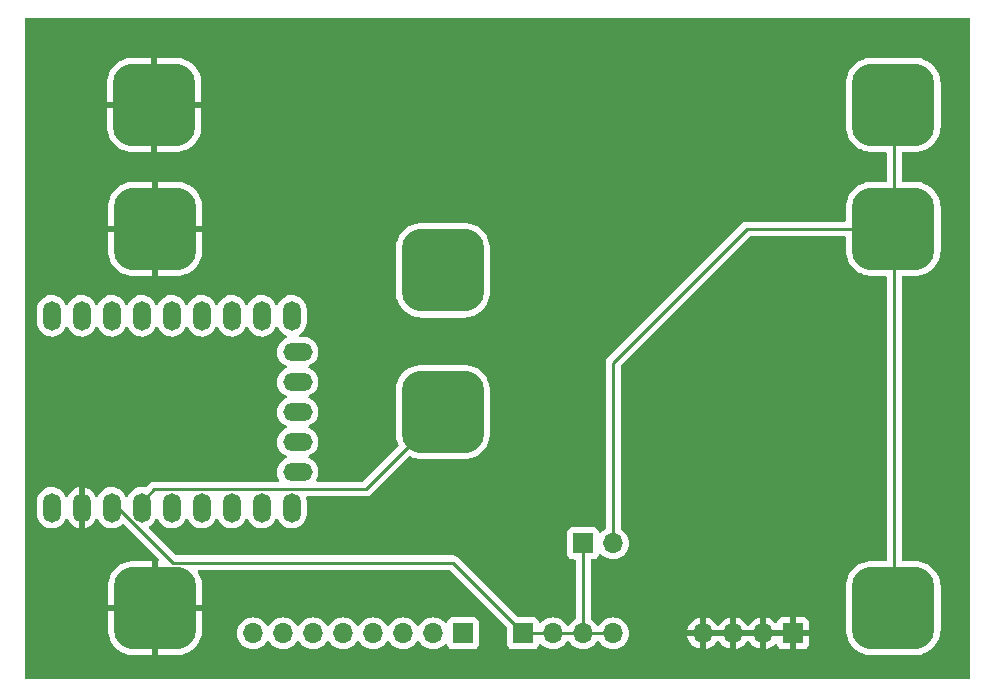
<source format=gbr>
%TF.GenerationSoftware,KiCad,Pcbnew,7.0.10-1.fc39*%
%TF.CreationDate,2024-02-17T16:59:11+01:00*%
%TF.ProjectId,morse_usb_keyboard,6d6f7273-655f-4757-9362-5f6b6579626f,rev?*%
%TF.SameCoordinates,Original*%
%TF.FileFunction,Copper,L1,Top*%
%TF.FilePolarity,Positive*%
%FSLAX46Y46*%
G04 Gerber Fmt 4.6, Leading zero omitted, Abs format (unit mm)*
G04 Created by KiCad (PCBNEW 7.0.10-1.fc39) date 2024-02-17 16:59:11*
%MOMM*%
%LPD*%
G01*
G04 APERTURE LIST*
G04 Aperture macros list*
%AMRoundRect*
0 Rectangle with rounded corners*
0 $1 Rounding radius*
0 $2 $3 $4 $5 $6 $7 $8 $9 X,Y pos of 4 corners*
0 Add a 4 corners polygon primitive as box body*
4,1,4,$2,$3,$4,$5,$6,$7,$8,$9,$2,$3,0*
0 Add four circle primitives for the rounded corners*
1,1,$1+$1,$2,$3*
1,1,$1+$1,$4,$5*
1,1,$1+$1,$6,$7*
1,1,$1+$1,$8,$9*
0 Add four rect primitives between the rounded corners*
20,1,$1+$1,$2,$3,$4,$5,0*
20,1,$1+$1,$4,$5,$6,$7,0*
20,1,$1+$1,$6,$7,$8,$9,0*
20,1,$1+$1,$8,$9,$2,$3,0*%
G04 Aperture macros list end*
%TA.AperFunction,ComponentPad*%
%ADD10O,1.500000X2.500000*%
%TD*%
%TA.AperFunction,ComponentPad*%
%ADD11O,2.500000X1.500000*%
%TD*%
%TA.AperFunction,ComponentPad*%
%ADD12RoundRect,1.750000X-1.750000X-1.750000X1.750000X-1.750000X1.750000X1.750000X-1.750000X1.750000X0*%
%TD*%
%TA.AperFunction,ComponentPad*%
%ADD13R,1.700000X1.700000*%
%TD*%
%TA.AperFunction,ComponentPad*%
%ADD14O,1.700000X1.700000*%
%TD*%
%TA.AperFunction,Conductor*%
%ADD15C,0.250000*%
%TD*%
G04 APERTURE END LIST*
D10*
%TO.P,U1,1,0*%
%TO.N,Net-(J2-Pin_1)*%
X97250000Y-77260000D03*
%TO.P,U1,2,1*%
%TO.N,Net-(J2-Pin_2)*%
X99790000Y-77260000D03*
%TO.P,U1,3,2*%
%TO.N,Net-(J2-Pin_3)*%
X102330000Y-77260000D03*
%TO.P,U1,4,3*%
%TO.N,Net-(J2-Pin_4)*%
X104870000Y-77260000D03*
%TO.P,U1,5,4*%
%TO.N,Net-(J2-Pin_5)*%
X107410000Y-77260000D03*
%TO.P,U1,6,5*%
%TO.N,Net-(J2-Pin_6)*%
X109950000Y-77260000D03*
%TO.P,U1,7,6*%
%TO.N,Net-(J2-Pin_7)*%
X112490000Y-77260000D03*
%TO.P,U1,8,7*%
%TO.N,Net-(J2-Pin_8)*%
X115030000Y-77260000D03*
%TO.P,U1,9,8*%
%TO.N,unconnected-(U1-8-Pad9)*%
X117570000Y-77260000D03*
D11*
%TO.P,U1,10,9*%
%TO.N,unconnected-(U1-9-Pad10)*%
X118070000Y-80300000D03*
%TO.P,U1,11,10*%
%TO.N,unconnected-(U1-10-Pad11)*%
X118070000Y-82840000D03*
%TO.P,U1,12,11*%
%TO.N,unconnected-(U1-11-Pad12)*%
X118070000Y-85380000D03*
%TO.P,U1,13,12*%
%TO.N,unconnected-(U1-12-Pad13)*%
X118070000Y-87920000D03*
%TO.P,U1,14,13*%
%TO.N,unconnected-(U1-13-Pad14)*%
X118070000Y-90460000D03*
D10*
%TO.P,U1,15,14*%
%TO.N,unconnected-(U1-14-Pad15)*%
X117570000Y-93500000D03*
%TO.P,U1,16,15*%
%TO.N,unconnected-(U1-15-Pad16)*%
X115030000Y-93500000D03*
%TO.P,U1,17,26*%
%TO.N,unconnected-(U1-26-Pad17)*%
X112490000Y-93500000D03*
%TO.P,U1,18,27*%
%TO.N,unconnected-(U1-27-Pad18)*%
X109950000Y-93500000D03*
%TO.P,U1,19,28*%
%TO.N,unconnected-(U1-28-Pad19)*%
X107410000Y-93500000D03*
%TO.P,U1,20,29*%
%TO.N,Net-(SW1-B)*%
X104870000Y-93500000D03*
%TO.P,U1,21,3V3*%
%TO.N,+3.3V*%
X102330000Y-93500000D03*
%TO.P,U1,22,GND*%
%TO.N,GND*%
X99790000Y-93500000D03*
%TO.P,U1,23,5V*%
%TO.N,unconnected-(U1-5V-Pad23)*%
X97250000Y-93500000D03*
%TD*%
D12*
%TO.P,SW1,1,A*%
%TO.N,GND*%
X105920000Y-59400000D03*
X106000000Y-69900000D03*
X106000000Y-102000000D03*
%TO.P,SW1,2,B*%
%TO.N,Net-(SW1-B)*%
X130370000Y-73400000D03*
X130370000Y-85400000D03*
%TO.P,SW1,3,C*%
%TO.N,Net-(J1-Pin_2)*%
X168500000Y-59400000D03*
X168500000Y-69900000D03*
X168500000Y-102000000D03*
%TD*%
D13*
%TO.P,J4,1,Pin_1*%
%TO.N,+3.3V*%
X137160000Y-104140000D03*
D14*
%TO.P,J4,2,Pin_2*%
X139700000Y-104140000D03*
%TO.P,J4,3,Pin_3*%
X142240000Y-104140000D03*
%TO.P,J4,4,Pin_4*%
X144780000Y-104140000D03*
%TD*%
D13*
%TO.P,J1,1,Pin_1*%
%TO.N,+3.3V*%
X142240000Y-96520000D03*
D14*
%TO.P,J1,2,Pin_2*%
%TO.N,Net-(J1-Pin_2)*%
X144780000Y-96520000D03*
%TD*%
D13*
%TO.P,J3,1,Pin_1*%
%TO.N,GND*%
X160020000Y-104140000D03*
D14*
%TO.P,J3,2,Pin_2*%
X157480000Y-104140000D03*
%TO.P,J3,3,Pin_3*%
X154940000Y-104140000D03*
%TO.P,J3,4,Pin_4*%
X152400000Y-104140000D03*
%TD*%
D13*
%TO.P,J2,1,Pin_1*%
%TO.N,Net-(J2-Pin_1)*%
X132080000Y-104140000D03*
D14*
%TO.P,J2,2,Pin_2*%
%TO.N,Net-(J2-Pin_2)*%
X129540000Y-104140000D03*
%TO.P,J2,3,Pin_3*%
%TO.N,Net-(J2-Pin_3)*%
X127000000Y-104140000D03*
%TO.P,J2,4,Pin_4*%
%TO.N,Net-(J2-Pin_4)*%
X124460000Y-104140000D03*
%TO.P,J2,5,Pin_5*%
%TO.N,Net-(J2-Pin_5)*%
X121920000Y-104140000D03*
%TO.P,J2,6,Pin_6*%
%TO.N,Net-(J2-Pin_6)*%
X119380000Y-104140000D03*
%TO.P,J2,7,Pin_7*%
%TO.N,Net-(J2-Pin_7)*%
X116840000Y-104140000D03*
%TO.P,J2,8,Pin_8*%
%TO.N,Net-(J2-Pin_8)*%
X114300000Y-104140000D03*
%TD*%
D15*
%TO.N,Net-(SW1-B)*%
X130370000Y-85400000D02*
X123845000Y-91925000D01*
X123845000Y-91925000D02*
X105945000Y-91925000D01*
X105945000Y-91925000D02*
X104870000Y-93000000D01*
%TO.N,+3.3V*%
X102330000Y-93000000D02*
X107505000Y-98175000D01*
X131195000Y-98175000D02*
X137160000Y-104140000D01*
X107505000Y-98175000D02*
X131195000Y-98175000D01*
%TO.N,Net-(J1-Pin_2)*%
X144780000Y-96520000D02*
X144780000Y-81220000D01*
X168500000Y-69900000D02*
X156100000Y-69900000D01*
X156100000Y-69900000D02*
X144780000Y-81220000D01*
X168580000Y-69900000D02*
X168580000Y-102000000D01*
X168580000Y-59400000D02*
X168580000Y-69900000D01*
%TO.N,+3.3V*%
X142240000Y-104140000D02*
X142240000Y-96520000D01*
X137160000Y-104140000D02*
X144780000Y-104140000D01*
%TD*%
%TA.AperFunction,Conductor*%
%TO.N,GND*%
G36*
X154480507Y-103930156D02*
G01*
X154440000Y-104068111D01*
X154440000Y-104211889D01*
X154480507Y-104349844D01*
X154506314Y-104390000D01*
X152833686Y-104390000D01*
X152859493Y-104349844D01*
X152900000Y-104211889D01*
X152900000Y-104068111D01*
X152859493Y-103930156D01*
X152833686Y-103890000D01*
X154506314Y-103890000D01*
X154480507Y-103930156D01*
G37*
%TD.AperFunction*%
%TA.AperFunction,Conductor*%
G36*
X157020507Y-103930156D02*
G01*
X156980000Y-104068111D01*
X156980000Y-104211889D01*
X157020507Y-104349844D01*
X157046314Y-104390000D01*
X155373686Y-104390000D01*
X155399493Y-104349844D01*
X155440000Y-104211889D01*
X155440000Y-104068111D01*
X155399493Y-103930156D01*
X155373686Y-103890000D01*
X157046314Y-103890000D01*
X157020507Y-103930156D01*
G37*
%TD.AperFunction*%
%TA.AperFunction,Conductor*%
G36*
X159560507Y-103930156D02*
G01*
X159520000Y-104068111D01*
X159520000Y-104211889D01*
X159560507Y-104349844D01*
X159586314Y-104390000D01*
X157913686Y-104390000D01*
X157939493Y-104349844D01*
X157980000Y-104211889D01*
X157980000Y-104068111D01*
X157939493Y-103930156D01*
X157913686Y-103890000D01*
X159586314Y-103890000D01*
X159560507Y-103930156D01*
G37*
%TD.AperFunction*%
%TA.AperFunction,Conductor*%
G36*
X174942539Y-52020185D02*
G01*
X174988294Y-52072989D01*
X174999500Y-52124500D01*
X174999500Y-107875500D01*
X174979815Y-107942539D01*
X174927011Y-107988294D01*
X174875500Y-107999500D01*
X95124500Y-107999500D01*
X95057461Y-107979815D01*
X95011706Y-107927011D01*
X95000500Y-107875500D01*
X95000500Y-94056151D01*
X95999500Y-94056151D01*
X96014622Y-94224186D01*
X96014623Y-94224192D01*
X96074503Y-94441160D01*
X96074508Y-94441173D01*
X96172167Y-94643966D01*
X96172171Y-94643974D01*
X96304473Y-94826072D01*
X96304474Y-94826074D01*
X96467176Y-94981633D01*
X96655033Y-95105636D01*
X96862004Y-95194100D01*
X96862007Y-95194101D01*
X96862012Y-95194103D01*
X97081463Y-95244191D01*
X97306330Y-95254290D01*
X97529387Y-95224075D01*
X97743464Y-95154517D01*
X97941681Y-95047852D01*
X98117666Y-94907508D01*
X98265765Y-94737996D01*
X98381215Y-94544764D01*
X98403551Y-94485249D01*
X98445535Y-94429403D01*
X98511049Y-94405119D01*
X98579291Y-94420110D01*
X98628596Y-94469616D01*
X98631363Y-94475020D01*
X98712598Y-94643708D01*
X98712602Y-94643716D01*
X98844851Y-94825741D01*
X98844857Y-94825749D01*
X99007486Y-94981237D01*
X99195266Y-95105191D01*
X99402169Y-95193624D01*
X99402178Y-95193627D01*
X99539999Y-95225084D01*
X99540000Y-95225084D01*
X99540000Y-93435501D01*
X99647685Y-93484680D01*
X99754237Y-93500000D01*
X99825763Y-93500000D01*
X99932315Y-93484680D01*
X100040000Y-93435501D01*
X100040000Y-95227549D01*
X100069267Y-95223586D01*
X100069273Y-95223585D01*
X100283268Y-95154054D01*
X100481401Y-95047434D01*
X100481404Y-95047432D01*
X100657320Y-94907145D01*
X100805352Y-94737707D01*
X100805359Y-94737699D01*
X100920759Y-94544553D01*
X100920765Y-94544542D01*
X100943007Y-94485277D01*
X100984991Y-94429428D01*
X101050505Y-94405144D01*
X101118748Y-94420135D01*
X101168053Y-94469640D01*
X101170820Y-94475045D01*
X101252167Y-94643966D01*
X101252171Y-94643974D01*
X101384473Y-94826072D01*
X101384474Y-94826074D01*
X101547176Y-94981633D01*
X101735033Y-95105636D01*
X101942004Y-95194100D01*
X101942007Y-95194101D01*
X101942012Y-95194103D01*
X102161463Y-95244191D01*
X102386330Y-95254290D01*
X102609387Y-95224075D01*
X102823464Y-95154517D01*
X103021681Y-95047852D01*
X103197401Y-94907718D01*
X103262088Y-94881311D01*
X103330783Y-94894066D01*
X103362395Y-94916985D01*
X106260023Y-97814614D01*
X106293508Y-97875937D01*
X106288524Y-97945629D01*
X106260024Y-97989975D01*
X106250000Y-97999999D01*
X106250000Y-100515959D01*
X106247738Y-100515387D01*
X106062043Y-100500000D01*
X105937957Y-100500000D01*
X105752262Y-100515387D01*
X105750000Y-100515959D01*
X105750000Y-98000000D01*
X104163992Y-98000000D01*
X104163992Y-98000001D01*
X103986824Y-98010373D01*
X103690655Y-98065436D01*
X103690644Y-98065438D01*
X103404479Y-98159478D01*
X103404467Y-98159483D01*
X103133381Y-98290828D01*
X103133376Y-98290831D01*
X102882211Y-98457141D01*
X102655448Y-98655448D01*
X102457141Y-98882211D01*
X102290831Y-99133376D01*
X102290828Y-99133381D01*
X102159483Y-99404467D01*
X102159478Y-99404479D01*
X102065438Y-99690644D01*
X102065436Y-99690655D01*
X102010373Y-99986824D01*
X102000000Y-100163992D01*
X102000000Y-101750000D01*
X104520977Y-101750000D01*
X104500000Y-101875706D01*
X104500000Y-102124294D01*
X104520977Y-102250000D01*
X102000001Y-102250000D01*
X102000001Y-103836007D01*
X102010373Y-104013175D01*
X102065436Y-104309344D01*
X102065438Y-104309355D01*
X102159478Y-104595520D01*
X102159483Y-104595532D01*
X102290828Y-104866618D01*
X102290831Y-104866623D01*
X102457141Y-105117788D01*
X102655448Y-105344551D01*
X102882211Y-105542858D01*
X103133376Y-105709168D01*
X103133381Y-105709171D01*
X103404467Y-105840516D01*
X103404479Y-105840521D01*
X103690644Y-105934561D01*
X103690655Y-105934563D01*
X103986824Y-105989626D01*
X104163992Y-105999999D01*
X105749999Y-105999999D01*
X105750000Y-105999998D01*
X105750000Y-103484040D01*
X105752262Y-103484613D01*
X105937957Y-103500000D01*
X106062043Y-103500000D01*
X106247738Y-103484613D01*
X106250000Y-103484040D01*
X106250000Y-105999999D01*
X107836006Y-105999999D01*
X107836007Y-105999998D01*
X108013175Y-105989626D01*
X108309344Y-105934563D01*
X108309355Y-105934561D01*
X108595520Y-105840521D01*
X108595532Y-105840516D01*
X108866618Y-105709171D01*
X108866623Y-105709168D01*
X109117788Y-105542858D01*
X109344551Y-105344551D01*
X109542858Y-105117788D01*
X109709168Y-104866623D01*
X109709171Y-104866618D01*
X109840516Y-104595532D01*
X109840521Y-104595520D01*
X109934561Y-104309355D01*
X109934563Y-104309344D01*
X109966047Y-104140000D01*
X112944341Y-104140000D01*
X112964936Y-104375403D01*
X112964938Y-104375413D01*
X113026094Y-104603655D01*
X113026096Y-104603659D01*
X113026097Y-104603663D01*
X113101563Y-104765500D01*
X113125965Y-104817830D01*
X113125967Y-104817834D01*
X113234281Y-104972521D01*
X113261505Y-105011401D01*
X113428599Y-105178495D01*
X113525384Y-105246265D01*
X113622165Y-105314032D01*
X113622167Y-105314033D01*
X113622170Y-105314035D01*
X113836337Y-105413903D01*
X114064592Y-105475063D01*
X114241034Y-105490500D01*
X114299999Y-105495659D01*
X114300000Y-105495659D01*
X114300001Y-105495659D01*
X114358966Y-105490500D01*
X114535408Y-105475063D01*
X114763663Y-105413903D01*
X114977830Y-105314035D01*
X115171401Y-105178495D01*
X115338495Y-105011401D01*
X115468425Y-104825842D01*
X115523002Y-104782217D01*
X115592500Y-104775023D01*
X115654855Y-104806546D01*
X115671575Y-104825842D01*
X115801500Y-105011395D01*
X115801505Y-105011401D01*
X115968599Y-105178495D01*
X116065384Y-105246265D01*
X116162165Y-105314032D01*
X116162167Y-105314033D01*
X116162170Y-105314035D01*
X116376337Y-105413903D01*
X116604592Y-105475063D01*
X116781034Y-105490500D01*
X116839999Y-105495659D01*
X116840000Y-105495659D01*
X116840001Y-105495659D01*
X116898966Y-105490500D01*
X117075408Y-105475063D01*
X117303663Y-105413903D01*
X117517830Y-105314035D01*
X117711401Y-105178495D01*
X117878495Y-105011401D01*
X118008425Y-104825842D01*
X118063002Y-104782217D01*
X118132500Y-104775023D01*
X118194855Y-104806546D01*
X118211575Y-104825842D01*
X118341500Y-105011395D01*
X118341505Y-105011401D01*
X118508599Y-105178495D01*
X118605384Y-105246265D01*
X118702165Y-105314032D01*
X118702167Y-105314033D01*
X118702170Y-105314035D01*
X118916337Y-105413903D01*
X119144592Y-105475063D01*
X119321034Y-105490500D01*
X119379999Y-105495659D01*
X119380000Y-105495659D01*
X119380001Y-105495659D01*
X119438966Y-105490500D01*
X119615408Y-105475063D01*
X119843663Y-105413903D01*
X120057830Y-105314035D01*
X120251401Y-105178495D01*
X120418495Y-105011401D01*
X120548425Y-104825842D01*
X120603002Y-104782217D01*
X120672500Y-104775023D01*
X120734855Y-104806546D01*
X120751575Y-104825842D01*
X120881500Y-105011395D01*
X120881505Y-105011401D01*
X121048599Y-105178495D01*
X121145384Y-105246265D01*
X121242165Y-105314032D01*
X121242167Y-105314033D01*
X121242170Y-105314035D01*
X121456337Y-105413903D01*
X121684592Y-105475063D01*
X121861034Y-105490500D01*
X121919999Y-105495659D01*
X121920000Y-105495659D01*
X121920001Y-105495659D01*
X121978966Y-105490500D01*
X122155408Y-105475063D01*
X122383663Y-105413903D01*
X122597830Y-105314035D01*
X122791401Y-105178495D01*
X122958495Y-105011401D01*
X123088425Y-104825842D01*
X123143002Y-104782217D01*
X123212500Y-104775023D01*
X123274855Y-104806546D01*
X123291575Y-104825842D01*
X123421500Y-105011395D01*
X123421505Y-105011401D01*
X123588599Y-105178495D01*
X123685384Y-105246265D01*
X123782165Y-105314032D01*
X123782167Y-105314033D01*
X123782170Y-105314035D01*
X123996337Y-105413903D01*
X124224592Y-105475063D01*
X124401034Y-105490500D01*
X124459999Y-105495659D01*
X124460000Y-105495659D01*
X124460001Y-105495659D01*
X124518966Y-105490500D01*
X124695408Y-105475063D01*
X124923663Y-105413903D01*
X125137830Y-105314035D01*
X125331401Y-105178495D01*
X125498495Y-105011401D01*
X125628425Y-104825842D01*
X125683002Y-104782217D01*
X125752500Y-104775023D01*
X125814855Y-104806546D01*
X125831575Y-104825842D01*
X125961500Y-105011395D01*
X125961505Y-105011401D01*
X126128599Y-105178495D01*
X126225384Y-105246265D01*
X126322165Y-105314032D01*
X126322167Y-105314033D01*
X126322170Y-105314035D01*
X126536337Y-105413903D01*
X126764592Y-105475063D01*
X126941034Y-105490500D01*
X126999999Y-105495659D01*
X127000000Y-105495659D01*
X127000001Y-105495659D01*
X127058966Y-105490500D01*
X127235408Y-105475063D01*
X127463663Y-105413903D01*
X127677830Y-105314035D01*
X127871401Y-105178495D01*
X128038495Y-105011401D01*
X128168425Y-104825842D01*
X128223002Y-104782217D01*
X128292500Y-104775023D01*
X128354855Y-104806546D01*
X128371575Y-104825842D01*
X128501500Y-105011395D01*
X128501505Y-105011401D01*
X128668599Y-105178495D01*
X128765384Y-105246265D01*
X128862165Y-105314032D01*
X128862167Y-105314033D01*
X128862170Y-105314035D01*
X129076337Y-105413903D01*
X129304592Y-105475063D01*
X129481034Y-105490500D01*
X129539999Y-105495659D01*
X129540000Y-105495659D01*
X129540001Y-105495659D01*
X129598966Y-105490500D01*
X129775408Y-105475063D01*
X130003663Y-105413903D01*
X130217830Y-105314035D01*
X130411401Y-105178495D01*
X130533329Y-105056566D01*
X130594648Y-105023084D01*
X130664340Y-105028068D01*
X130720274Y-105069939D01*
X130737189Y-105100917D01*
X130786202Y-105232328D01*
X130786206Y-105232335D01*
X130872452Y-105347544D01*
X130872455Y-105347547D01*
X130987664Y-105433793D01*
X130987671Y-105433797D01*
X131122517Y-105484091D01*
X131122516Y-105484091D01*
X131129444Y-105484835D01*
X131182127Y-105490500D01*
X132977872Y-105490499D01*
X133037483Y-105484091D01*
X133172331Y-105433796D01*
X133287546Y-105347546D01*
X133373796Y-105232331D01*
X133424091Y-105097483D01*
X133430500Y-105037873D01*
X133430499Y-103242128D01*
X133425299Y-103193757D01*
X133424091Y-103182516D01*
X133373797Y-103047671D01*
X133373793Y-103047664D01*
X133287547Y-102932455D01*
X133287544Y-102932452D01*
X133172335Y-102846206D01*
X133172328Y-102846202D01*
X133037482Y-102795908D01*
X133037483Y-102795908D01*
X132977883Y-102789501D01*
X132977881Y-102789500D01*
X132977873Y-102789500D01*
X132977864Y-102789500D01*
X131182129Y-102789500D01*
X131182123Y-102789501D01*
X131122516Y-102795908D01*
X130987671Y-102846202D01*
X130987664Y-102846206D01*
X130872455Y-102932452D01*
X130872452Y-102932455D01*
X130786206Y-103047664D01*
X130786203Y-103047669D01*
X130737189Y-103179083D01*
X130695317Y-103235016D01*
X130629853Y-103259433D01*
X130561580Y-103244581D01*
X130533326Y-103223430D01*
X130411402Y-103101506D01*
X130411395Y-103101501D01*
X130217834Y-102965967D01*
X130217830Y-102965965D01*
X130146727Y-102932809D01*
X130003663Y-102866097D01*
X130003659Y-102866096D01*
X130003655Y-102866094D01*
X129775413Y-102804938D01*
X129775403Y-102804936D01*
X129540001Y-102784341D01*
X129539999Y-102784341D01*
X129304596Y-102804936D01*
X129304586Y-102804938D01*
X129076344Y-102866094D01*
X129076335Y-102866098D01*
X128862171Y-102965964D01*
X128862169Y-102965965D01*
X128668597Y-103101505D01*
X128501505Y-103268597D01*
X128371575Y-103454158D01*
X128316998Y-103497783D01*
X128247500Y-103504977D01*
X128185145Y-103473454D01*
X128168425Y-103454158D01*
X128038494Y-103268597D01*
X127871402Y-103101506D01*
X127871395Y-103101501D01*
X127677834Y-102965967D01*
X127677830Y-102965965D01*
X127606727Y-102932809D01*
X127463663Y-102866097D01*
X127463659Y-102866096D01*
X127463655Y-102866094D01*
X127235413Y-102804938D01*
X127235403Y-102804936D01*
X127000001Y-102784341D01*
X126999999Y-102784341D01*
X126764596Y-102804936D01*
X126764586Y-102804938D01*
X126536344Y-102866094D01*
X126536335Y-102866098D01*
X126322171Y-102965964D01*
X126322169Y-102965965D01*
X126128597Y-103101505D01*
X125961505Y-103268597D01*
X125831575Y-103454158D01*
X125776998Y-103497783D01*
X125707500Y-103504977D01*
X125645145Y-103473454D01*
X125628425Y-103454158D01*
X125498494Y-103268597D01*
X125331402Y-103101506D01*
X125331395Y-103101501D01*
X125137834Y-102965967D01*
X125137830Y-102965965D01*
X125066727Y-102932809D01*
X124923663Y-102866097D01*
X124923659Y-102866096D01*
X124923655Y-102866094D01*
X124695413Y-102804938D01*
X124695403Y-102804936D01*
X124460001Y-102784341D01*
X124459999Y-102784341D01*
X124224596Y-102804936D01*
X124224586Y-102804938D01*
X123996344Y-102866094D01*
X123996335Y-102866098D01*
X123782171Y-102965964D01*
X123782169Y-102965965D01*
X123588597Y-103101505D01*
X123421505Y-103268597D01*
X123291575Y-103454158D01*
X123236998Y-103497783D01*
X123167500Y-103504977D01*
X123105145Y-103473454D01*
X123088425Y-103454158D01*
X122958494Y-103268597D01*
X122791402Y-103101506D01*
X122791395Y-103101501D01*
X122597834Y-102965967D01*
X122597830Y-102965965D01*
X122526727Y-102932809D01*
X122383663Y-102866097D01*
X122383659Y-102866096D01*
X122383655Y-102866094D01*
X122155413Y-102804938D01*
X122155403Y-102804936D01*
X121920001Y-102784341D01*
X121919999Y-102784341D01*
X121684596Y-102804936D01*
X121684586Y-102804938D01*
X121456344Y-102866094D01*
X121456335Y-102866098D01*
X121242171Y-102965964D01*
X121242169Y-102965965D01*
X121048597Y-103101505D01*
X120881505Y-103268597D01*
X120751575Y-103454158D01*
X120696998Y-103497783D01*
X120627500Y-103504977D01*
X120565145Y-103473454D01*
X120548425Y-103454158D01*
X120418494Y-103268597D01*
X120251402Y-103101506D01*
X120251395Y-103101501D01*
X120057834Y-102965967D01*
X120057830Y-102965965D01*
X119986727Y-102932809D01*
X119843663Y-102866097D01*
X119843659Y-102866096D01*
X119843655Y-102866094D01*
X119615413Y-102804938D01*
X119615403Y-102804936D01*
X119380001Y-102784341D01*
X119379999Y-102784341D01*
X119144596Y-102804936D01*
X119144586Y-102804938D01*
X118916344Y-102866094D01*
X118916335Y-102866098D01*
X118702171Y-102965964D01*
X118702169Y-102965965D01*
X118508597Y-103101505D01*
X118341505Y-103268597D01*
X118211575Y-103454158D01*
X118156998Y-103497783D01*
X118087500Y-103504977D01*
X118025145Y-103473454D01*
X118008425Y-103454158D01*
X117878494Y-103268597D01*
X117711402Y-103101506D01*
X117711395Y-103101501D01*
X117517834Y-102965967D01*
X117517830Y-102965965D01*
X117446727Y-102932809D01*
X117303663Y-102866097D01*
X117303659Y-102866096D01*
X117303655Y-102866094D01*
X117075413Y-102804938D01*
X117075403Y-102804936D01*
X116840001Y-102784341D01*
X116839999Y-102784341D01*
X116604596Y-102804936D01*
X116604586Y-102804938D01*
X116376344Y-102866094D01*
X116376335Y-102866098D01*
X116162171Y-102965964D01*
X116162169Y-102965965D01*
X115968597Y-103101505D01*
X115801505Y-103268597D01*
X115671575Y-103454158D01*
X115616998Y-103497783D01*
X115547500Y-103504977D01*
X115485145Y-103473454D01*
X115468425Y-103454158D01*
X115338494Y-103268597D01*
X115171402Y-103101506D01*
X115171395Y-103101501D01*
X114977834Y-102965967D01*
X114977830Y-102965965D01*
X114906727Y-102932809D01*
X114763663Y-102866097D01*
X114763659Y-102866096D01*
X114763655Y-102866094D01*
X114535413Y-102804938D01*
X114535403Y-102804936D01*
X114300001Y-102784341D01*
X114299999Y-102784341D01*
X114064596Y-102804936D01*
X114064586Y-102804938D01*
X113836344Y-102866094D01*
X113836335Y-102866098D01*
X113622171Y-102965964D01*
X113622169Y-102965965D01*
X113428597Y-103101505D01*
X113261505Y-103268597D01*
X113125965Y-103462169D01*
X113125964Y-103462171D01*
X113026098Y-103676335D01*
X113026094Y-103676344D01*
X112964938Y-103904586D01*
X112964936Y-103904596D01*
X112944341Y-104139999D01*
X112944341Y-104140000D01*
X109966047Y-104140000D01*
X109989626Y-104013175D01*
X110000000Y-103836007D01*
X110000000Y-102250000D01*
X107479023Y-102250000D01*
X107500000Y-102124294D01*
X107500000Y-101875706D01*
X107479023Y-101750000D01*
X109999999Y-101750000D01*
X109999999Y-100163994D01*
X109999998Y-100163992D01*
X109989626Y-99986824D01*
X109934563Y-99690655D01*
X109934561Y-99690644D01*
X109840521Y-99404479D01*
X109840516Y-99404467D01*
X109709171Y-99133381D01*
X109709168Y-99133376D01*
X109616191Y-98992959D01*
X109595592Y-98926195D01*
X109614358Y-98858893D01*
X109666531Y-98812420D01*
X109719580Y-98800500D01*
X130884548Y-98800500D01*
X130951587Y-98820185D01*
X130972229Y-98836819D01*
X135773181Y-103637772D01*
X135806666Y-103699095D01*
X135809500Y-103725453D01*
X135809500Y-105037870D01*
X135809501Y-105037876D01*
X135815908Y-105097483D01*
X135866202Y-105232328D01*
X135866206Y-105232335D01*
X135952452Y-105347544D01*
X135952455Y-105347547D01*
X136067664Y-105433793D01*
X136067671Y-105433797D01*
X136202517Y-105484091D01*
X136202516Y-105484091D01*
X136209444Y-105484835D01*
X136262127Y-105490500D01*
X138057872Y-105490499D01*
X138117483Y-105484091D01*
X138252331Y-105433796D01*
X138367546Y-105347546D01*
X138453796Y-105232331D01*
X138502810Y-105100916D01*
X138544681Y-105044984D01*
X138610145Y-105020566D01*
X138678418Y-105035417D01*
X138706673Y-105056569D01*
X138828599Y-105178495D01*
X138925384Y-105246265D01*
X139022165Y-105314032D01*
X139022167Y-105314033D01*
X139022170Y-105314035D01*
X139236337Y-105413903D01*
X139464592Y-105475063D01*
X139641034Y-105490500D01*
X139699999Y-105495659D01*
X139700000Y-105495659D01*
X139700001Y-105495659D01*
X139758966Y-105490500D01*
X139935408Y-105475063D01*
X140163663Y-105413903D01*
X140377830Y-105314035D01*
X140571401Y-105178495D01*
X140738495Y-105011401D01*
X140868425Y-104825842D01*
X140923002Y-104782217D01*
X140992500Y-104775023D01*
X141054855Y-104806546D01*
X141071575Y-104825842D01*
X141201500Y-105011395D01*
X141201505Y-105011401D01*
X141368599Y-105178495D01*
X141465384Y-105246265D01*
X141562165Y-105314032D01*
X141562167Y-105314033D01*
X141562170Y-105314035D01*
X141776337Y-105413903D01*
X142004592Y-105475063D01*
X142181034Y-105490500D01*
X142239999Y-105495659D01*
X142240000Y-105495659D01*
X142240001Y-105495659D01*
X142298966Y-105490500D01*
X142475408Y-105475063D01*
X142703663Y-105413903D01*
X142917830Y-105314035D01*
X143111401Y-105178495D01*
X143278495Y-105011401D01*
X143408425Y-104825842D01*
X143463002Y-104782217D01*
X143532500Y-104775023D01*
X143594855Y-104806546D01*
X143611575Y-104825842D01*
X143741500Y-105011395D01*
X143741505Y-105011401D01*
X143908599Y-105178495D01*
X144005384Y-105246265D01*
X144102165Y-105314032D01*
X144102167Y-105314033D01*
X144102170Y-105314035D01*
X144316337Y-105413903D01*
X144544592Y-105475063D01*
X144721034Y-105490500D01*
X144779999Y-105495659D01*
X144780000Y-105495659D01*
X144780001Y-105495659D01*
X144838966Y-105490500D01*
X145015408Y-105475063D01*
X145243663Y-105413903D01*
X145457830Y-105314035D01*
X145651401Y-105178495D01*
X145818495Y-105011401D01*
X145954035Y-104817830D01*
X146053903Y-104603663D01*
X146111153Y-104390000D01*
X151069364Y-104390000D01*
X151126567Y-104603486D01*
X151126570Y-104603492D01*
X151226399Y-104817578D01*
X151361894Y-105011082D01*
X151528917Y-105178105D01*
X151722421Y-105313600D01*
X151936507Y-105413429D01*
X151936516Y-105413433D01*
X152150000Y-105470634D01*
X152150000Y-104575501D01*
X152257685Y-104624680D01*
X152364237Y-104640000D01*
X152435763Y-104640000D01*
X152542315Y-104624680D01*
X152650000Y-104575501D01*
X152650000Y-105470633D01*
X152863483Y-105413433D01*
X152863492Y-105413429D01*
X153077578Y-105313600D01*
X153271082Y-105178105D01*
X153438105Y-105011082D01*
X153568425Y-104824968D01*
X153623002Y-104781344D01*
X153692501Y-104774151D01*
X153754855Y-104805673D01*
X153771575Y-104824968D01*
X153901894Y-105011082D01*
X154068917Y-105178105D01*
X154262421Y-105313600D01*
X154476507Y-105413429D01*
X154476516Y-105413433D01*
X154690000Y-105470634D01*
X154690000Y-104575501D01*
X154797685Y-104624680D01*
X154904237Y-104640000D01*
X154975763Y-104640000D01*
X155082315Y-104624680D01*
X155190000Y-104575501D01*
X155190000Y-105470633D01*
X155403483Y-105413433D01*
X155403492Y-105413429D01*
X155617578Y-105313600D01*
X155811082Y-105178105D01*
X155978105Y-105011082D01*
X156108425Y-104824968D01*
X156163002Y-104781344D01*
X156232501Y-104774151D01*
X156294855Y-104805673D01*
X156311575Y-104824968D01*
X156441894Y-105011082D01*
X156608917Y-105178105D01*
X156802421Y-105313600D01*
X157016507Y-105413429D01*
X157016516Y-105413433D01*
X157230000Y-105470634D01*
X157230000Y-104575501D01*
X157337685Y-104624680D01*
X157444237Y-104640000D01*
X157515763Y-104640000D01*
X157622315Y-104624680D01*
X157730000Y-104575501D01*
X157730000Y-105470633D01*
X157943483Y-105413433D01*
X157943492Y-105413429D01*
X158157578Y-105313600D01*
X158351078Y-105178108D01*
X158473521Y-105055665D01*
X158534844Y-105022180D01*
X158604536Y-105027164D01*
X158660470Y-105069035D01*
X158677385Y-105100013D01*
X158726645Y-105232086D01*
X158726649Y-105232093D01*
X158812809Y-105347187D01*
X158812812Y-105347190D01*
X158927906Y-105433350D01*
X158927913Y-105433354D01*
X159062620Y-105483596D01*
X159062627Y-105483598D01*
X159122155Y-105489999D01*
X159122172Y-105490000D01*
X159770000Y-105490000D01*
X159770000Y-104575501D01*
X159877685Y-104624680D01*
X159984237Y-104640000D01*
X160055763Y-104640000D01*
X160162315Y-104624680D01*
X160270000Y-104575501D01*
X160270000Y-105490000D01*
X160917828Y-105490000D01*
X160917844Y-105489999D01*
X160977372Y-105483598D01*
X160977379Y-105483596D01*
X161112086Y-105433354D01*
X161112093Y-105433350D01*
X161227187Y-105347190D01*
X161227190Y-105347187D01*
X161313350Y-105232093D01*
X161313354Y-105232086D01*
X161363596Y-105097379D01*
X161363598Y-105097372D01*
X161369999Y-105037844D01*
X161370000Y-105037827D01*
X161370000Y-104390000D01*
X160453686Y-104390000D01*
X160479493Y-104349844D01*
X160520000Y-104211889D01*
X160520000Y-104068111D01*
X160479493Y-103930156D01*
X160453686Y-103890000D01*
X161370000Y-103890000D01*
X161370000Y-103242172D01*
X161369999Y-103242155D01*
X161363598Y-103182627D01*
X161363596Y-103182620D01*
X161313354Y-103047913D01*
X161313350Y-103047906D01*
X161227190Y-102932812D01*
X161227187Y-102932809D01*
X161112093Y-102846649D01*
X161112086Y-102846645D01*
X160977379Y-102796403D01*
X160977372Y-102796401D01*
X160917844Y-102790000D01*
X160270000Y-102790000D01*
X160270000Y-103704498D01*
X160162315Y-103655320D01*
X160055763Y-103640000D01*
X159984237Y-103640000D01*
X159877685Y-103655320D01*
X159770000Y-103704498D01*
X159770000Y-102790000D01*
X159122155Y-102790000D01*
X159062627Y-102796401D01*
X159062620Y-102796403D01*
X158927913Y-102846645D01*
X158927906Y-102846649D01*
X158812812Y-102932809D01*
X158812809Y-102932812D01*
X158726649Y-103047906D01*
X158726646Y-103047911D01*
X158677385Y-103179987D01*
X158635513Y-103235920D01*
X158570049Y-103260337D01*
X158501776Y-103245485D01*
X158473522Y-103224334D01*
X158351082Y-103101894D01*
X158157578Y-102966399D01*
X157943492Y-102866570D01*
X157943486Y-102866567D01*
X157730000Y-102809364D01*
X157730000Y-103704498D01*
X157622315Y-103655320D01*
X157515763Y-103640000D01*
X157444237Y-103640000D01*
X157337685Y-103655320D01*
X157230000Y-103704498D01*
X157230000Y-102809364D01*
X157229999Y-102809364D01*
X157016513Y-102866567D01*
X157016507Y-102866570D01*
X156802422Y-102966399D01*
X156802420Y-102966400D01*
X156608926Y-103101886D01*
X156608920Y-103101891D01*
X156441891Y-103268920D01*
X156441890Y-103268922D01*
X156311575Y-103455031D01*
X156256998Y-103498655D01*
X156187499Y-103505848D01*
X156125145Y-103474326D01*
X156108425Y-103455031D01*
X155978109Y-103268922D01*
X155978108Y-103268920D01*
X155811082Y-103101894D01*
X155617578Y-102966399D01*
X155403492Y-102866570D01*
X155403486Y-102866567D01*
X155190000Y-102809364D01*
X155190000Y-103704498D01*
X155082315Y-103655320D01*
X154975763Y-103640000D01*
X154904237Y-103640000D01*
X154797685Y-103655320D01*
X154690000Y-103704498D01*
X154690000Y-102809364D01*
X154689999Y-102809364D01*
X154476513Y-102866567D01*
X154476507Y-102866570D01*
X154262422Y-102966399D01*
X154262420Y-102966400D01*
X154068926Y-103101886D01*
X154068920Y-103101891D01*
X153901891Y-103268920D01*
X153901890Y-103268922D01*
X153771575Y-103455031D01*
X153716998Y-103498655D01*
X153647499Y-103505848D01*
X153585145Y-103474326D01*
X153568425Y-103455031D01*
X153438109Y-103268922D01*
X153438108Y-103268920D01*
X153271082Y-103101894D01*
X153077578Y-102966399D01*
X152863492Y-102866570D01*
X152863486Y-102866567D01*
X152650000Y-102809364D01*
X152650000Y-103704498D01*
X152542315Y-103655320D01*
X152435763Y-103640000D01*
X152364237Y-103640000D01*
X152257685Y-103655320D01*
X152150000Y-103704498D01*
X152150000Y-102809364D01*
X152149999Y-102809364D01*
X151936513Y-102866567D01*
X151936507Y-102866570D01*
X151722422Y-102966399D01*
X151722420Y-102966400D01*
X151528926Y-103101886D01*
X151528920Y-103101891D01*
X151361891Y-103268920D01*
X151361886Y-103268926D01*
X151226400Y-103462420D01*
X151226399Y-103462422D01*
X151126570Y-103676507D01*
X151126567Y-103676513D01*
X151069364Y-103889999D01*
X151069364Y-103890000D01*
X151966314Y-103890000D01*
X151940507Y-103930156D01*
X151900000Y-104068111D01*
X151900000Y-104211889D01*
X151940507Y-104349844D01*
X151966314Y-104390000D01*
X151069364Y-104390000D01*
X146111153Y-104390000D01*
X146115063Y-104375408D01*
X146135659Y-104140000D01*
X146115063Y-103904592D01*
X146053903Y-103676337D01*
X145954035Y-103462171D01*
X145948425Y-103454158D01*
X145818494Y-103268597D01*
X145651402Y-103101506D01*
X145651395Y-103101501D01*
X145457834Y-102965967D01*
X145457830Y-102965965D01*
X145386727Y-102932809D01*
X145243663Y-102866097D01*
X145243659Y-102866096D01*
X145243655Y-102866094D01*
X145015413Y-102804938D01*
X145015403Y-102804936D01*
X144780001Y-102784341D01*
X144779999Y-102784341D01*
X144544596Y-102804936D01*
X144544586Y-102804938D01*
X144316344Y-102866094D01*
X144316335Y-102866098D01*
X144102171Y-102965964D01*
X144102169Y-102965965D01*
X143908597Y-103101505D01*
X143741505Y-103268597D01*
X143611575Y-103454158D01*
X143556998Y-103497783D01*
X143487500Y-103504977D01*
X143425145Y-103473454D01*
X143408425Y-103454158D01*
X143278494Y-103268597D01*
X143111402Y-103101506D01*
X143111401Y-103101505D01*
X142978093Y-103008161D01*
X142918376Y-102966347D01*
X142874751Y-102911770D01*
X142865500Y-102864772D01*
X142865500Y-97994499D01*
X142885185Y-97927460D01*
X142937989Y-97881705D01*
X142989500Y-97870499D01*
X143137871Y-97870499D01*
X143137872Y-97870499D01*
X143197483Y-97864091D01*
X143332331Y-97813796D01*
X143447546Y-97727546D01*
X143533796Y-97612331D01*
X143582810Y-97480916D01*
X143624681Y-97424984D01*
X143690145Y-97400566D01*
X143758418Y-97415417D01*
X143786673Y-97436569D01*
X143908599Y-97558495D01*
X143985952Y-97612658D01*
X144102165Y-97694032D01*
X144102167Y-97694033D01*
X144102170Y-97694035D01*
X144316337Y-97793903D01*
X144544592Y-97855063D01*
X144721034Y-97870500D01*
X144779999Y-97875659D01*
X144780000Y-97875659D01*
X144780001Y-97875659D01*
X144838966Y-97870500D01*
X145015408Y-97855063D01*
X145243663Y-97793903D01*
X145457830Y-97694035D01*
X145651401Y-97558495D01*
X145818495Y-97391401D01*
X145954035Y-97197830D01*
X146053903Y-96983663D01*
X146115063Y-96755408D01*
X146135659Y-96520000D01*
X146115063Y-96284592D01*
X146053903Y-96056337D01*
X145954035Y-95842171D01*
X145818495Y-95648599D01*
X145818494Y-95648597D01*
X145651402Y-95481506D01*
X145651401Y-95481505D01*
X145458376Y-95346347D01*
X145414751Y-95291770D01*
X145405500Y-95244772D01*
X145405500Y-81530452D01*
X145425185Y-81463413D01*
X145441819Y-81442771D01*
X156322771Y-70561819D01*
X156384094Y-70528334D01*
X156410452Y-70525500D01*
X164375501Y-70525500D01*
X164442540Y-70545185D01*
X164488295Y-70597989D01*
X164499501Y-70649500D01*
X164499501Y-71736020D01*
X164509876Y-71913233D01*
X164564950Y-72209469D01*
X164564952Y-72209479D01*
X164659013Y-72495708D01*
X164659018Y-72495720D01*
X164790393Y-72766866D01*
X164790396Y-72766871D01*
X164956743Y-73018093D01*
X165155093Y-73244906D01*
X165381906Y-73443256D01*
X165633128Y-73609603D01*
X165633133Y-73609606D01*
X165764971Y-73673484D01*
X165904284Y-73740984D01*
X165998225Y-73771855D01*
X166190520Y-73835047D01*
X166190524Y-73835047D01*
X166190531Y-73835050D01*
X166486762Y-73890123D01*
X166663979Y-73900500D01*
X167830500Y-73900499D01*
X167897539Y-73920184D01*
X167943294Y-73972987D01*
X167954500Y-74024499D01*
X167954500Y-97875500D01*
X167934815Y-97942539D01*
X167882011Y-97988294D01*
X167830500Y-97999500D01*
X166663979Y-97999500D01*
X166486766Y-98009876D01*
X166190530Y-98064950D01*
X166190520Y-98064952D01*
X165904291Y-98159013D01*
X165904279Y-98159018D01*
X165633133Y-98290393D01*
X165633128Y-98290396D01*
X165381906Y-98456743D01*
X165155093Y-98655093D01*
X164956743Y-98881906D01*
X164790396Y-99133128D01*
X164790393Y-99133133D01*
X164659018Y-99404279D01*
X164659013Y-99404291D01*
X164564952Y-99690520D01*
X164564950Y-99690530D01*
X164509876Y-99986766D01*
X164499500Y-100163978D01*
X164499500Y-103836020D01*
X164509876Y-104013233D01*
X164564950Y-104309469D01*
X164564952Y-104309479D01*
X164659013Y-104595708D01*
X164659016Y-104595716D01*
X164662867Y-104603664D01*
X164790393Y-104866866D01*
X164790396Y-104866871D01*
X164956743Y-105118093D01*
X165155093Y-105344906D01*
X165381906Y-105543256D01*
X165633128Y-105709603D01*
X165633133Y-105709606D01*
X165764971Y-105773484D01*
X165904284Y-105840984D01*
X165998225Y-105871855D01*
X166190520Y-105935047D01*
X166190524Y-105935047D01*
X166190531Y-105935050D01*
X166486762Y-105990123D01*
X166663979Y-106000500D01*
X170336020Y-106000499D01*
X170513238Y-105990123D01*
X170809469Y-105935050D01*
X170809476Y-105935047D01*
X170809479Y-105935047D01*
X170898989Y-105905631D01*
X171095716Y-105840984D01*
X171366870Y-105709604D01*
X171618095Y-105543255D01*
X171844906Y-105344906D01*
X172043255Y-105118095D01*
X172209604Y-104866870D01*
X172340984Y-104595716D01*
X172435050Y-104309469D01*
X172490123Y-104013238D01*
X172500500Y-103836021D01*
X172500499Y-100163980D01*
X172490123Y-99986762D01*
X172435050Y-99690531D01*
X172435047Y-99690524D01*
X172435047Y-99690520D01*
X172340986Y-99404291D01*
X172340984Y-99404284D01*
X172209726Y-99133381D01*
X172209606Y-99133133D01*
X172209603Y-99133128D01*
X172043256Y-98881906D01*
X171844906Y-98655093D01*
X171618093Y-98456743D01*
X171366871Y-98290396D01*
X171366866Y-98290393D01*
X171096680Y-98159483D01*
X171095716Y-98159016D01*
X171095712Y-98159014D01*
X171095708Y-98159013D01*
X170809479Y-98064952D01*
X170809469Y-98064950D01*
X170513233Y-98009876D01*
X170336021Y-97999500D01*
X169329500Y-97999500D01*
X169262461Y-97979815D01*
X169216706Y-97927011D01*
X169205500Y-97875500D01*
X169205500Y-74024499D01*
X169225185Y-73957460D01*
X169277989Y-73911705D01*
X169329500Y-73900499D01*
X170336020Y-73900499D01*
X170513238Y-73890123D01*
X170809469Y-73835050D01*
X170809476Y-73835047D01*
X170809479Y-73835047D01*
X170898989Y-73805631D01*
X171095716Y-73740984D01*
X171366870Y-73609604D01*
X171618095Y-73443255D01*
X171844906Y-73244906D01*
X172043255Y-73018095D01*
X172209604Y-72766870D01*
X172340984Y-72495716D01*
X172435050Y-72209469D01*
X172490123Y-71913238D01*
X172500500Y-71736021D01*
X172500499Y-68063980D01*
X172490123Y-67886762D01*
X172435050Y-67590531D01*
X172435047Y-67590524D01*
X172435047Y-67590520D01*
X172340986Y-67304291D01*
X172340984Y-67304284D01*
X172209726Y-67033381D01*
X172209606Y-67033133D01*
X172209603Y-67033128D01*
X172043256Y-66781906D01*
X171844906Y-66555093D01*
X171618093Y-66356743D01*
X171366871Y-66190396D01*
X171366866Y-66190393D01*
X171096680Y-66059483D01*
X171095716Y-66059016D01*
X171095712Y-66059014D01*
X171095708Y-66059013D01*
X170809479Y-65964952D01*
X170809469Y-65964950D01*
X170513233Y-65909876D01*
X170336021Y-65899500D01*
X169329500Y-65899500D01*
X169262461Y-65879815D01*
X169216706Y-65827011D01*
X169205500Y-65775500D01*
X169205500Y-63524499D01*
X169225185Y-63457460D01*
X169277989Y-63411705D01*
X169329500Y-63400499D01*
X170336020Y-63400499D01*
X170513238Y-63390123D01*
X170809469Y-63335050D01*
X170809476Y-63335047D01*
X170809479Y-63335047D01*
X170898989Y-63305631D01*
X171095716Y-63240984D01*
X171366870Y-63109604D01*
X171618095Y-62943255D01*
X171844906Y-62744906D01*
X172043255Y-62518095D01*
X172209604Y-62266870D01*
X172340984Y-61995716D01*
X172435050Y-61709469D01*
X172490123Y-61413238D01*
X172500500Y-61236021D01*
X172500499Y-57563980D01*
X172490123Y-57386762D01*
X172435050Y-57090531D01*
X172435047Y-57090524D01*
X172435047Y-57090520D01*
X172340986Y-56804291D01*
X172340984Y-56804284D01*
X172209726Y-56533381D01*
X172209606Y-56533133D01*
X172209603Y-56533128D01*
X172043256Y-56281906D01*
X171844906Y-56055093D01*
X171618093Y-55856743D01*
X171366871Y-55690396D01*
X171366866Y-55690393D01*
X171096680Y-55559483D01*
X171095716Y-55559016D01*
X171095712Y-55559014D01*
X171095708Y-55559013D01*
X170809479Y-55464952D01*
X170809469Y-55464950D01*
X170513233Y-55409876D01*
X170336021Y-55399500D01*
X166663979Y-55399500D01*
X166486766Y-55409876D01*
X166190530Y-55464950D01*
X166190520Y-55464952D01*
X165904291Y-55559013D01*
X165904279Y-55559018D01*
X165633133Y-55690393D01*
X165633128Y-55690396D01*
X165381906Y-55856743D01*
X165155093Y-56055093D01*
X164956743Y-56281906D01*
X164790396Y-56533128D01*
X164790393Y-56533133D01*
X164659018Y-56804279D01*
X164659013Y-56804291D01*
X164564952Y-57090520D01*
X164564950Y-57090530D01*
X164509876Y-57386766D01*
X164499500Y-57563978D01*
X164499500Y-61236020D01*
X164509876Y-61413233D01*
X164564950Y-61709469D01*
X164564952Y-61709479D01*
X164659013Y-61995708D01*
X164659018Y-61995720D01*
X164790393Y-62266866D01*
X164790396Y-62266871D01*
X164956743Y-62518093D01*
X165155093Y-62744906D01*
X165381906Y-62943256D01*
X165633128Y-63109603D01*
X165633133Y-63109606D01*
X165764971Y-63173484D01*
X165904284Y-63240984D01*
X165998225Y-63271855D01*
X166190520Y-63335047D01*
X166190524Y-63335047D01*
X166190531Y-63335050D01*
X166486762Y-63390123D01*
X166663979Y-63400500D01*
X167830500Y-63400499D01*
X167897539Y-63420184D01*
X167943294Y-63472987D01*
X167954500Y-63524499D01*
X167954500Y-65775500D01*
X167934815Y-65842539D01*
X167882011Y-65888294D01*
X167830500Y-65899500D01*
X166663979Y-65899500D01*
X166486766Y-65909876D01*
X166190530Y-65964950D01*
X166190520Y-65964952D01*
X165904291Y-66059013D01*
X165904279Y-66059018D01*
X165633133Y-66190393D01*
X165633128Y-66190396D01*
X165381906Y-66356743D01*
X165155093Y-66555093D01*
X164956743Y-66781906D01*
X164790396Y-67033128D01*
X164790393Y-67033133D01*
X164659018Y-67304279D01*
X164659013Y-67304291D01*
X164564952Y-67590520D01*
X164564950Y-67590530D01*
X164509876Y-67886766D01*
X164499500Y-68063978D01*
X164499500Y-69150500D01*
X164479815Y-69217539D01*
X164427011Y-69263294D01*
X164375500Y-69274500D01*
X156182743Y-69274500D01*
X156167122Y-69272775D01*
X156167095Y-69273061D01*
X156159333Y-69272326D01*
X156092113Y-69274439D01*
X156088219Y-69274500D01*
X156060650Y-69274500D01*
X156056673Y-69275002D01*
X156045042Y-69275917D01*
X156001374Y-69277289D01*
X156001368Y-69277290D01*
X155982126Y-69282880D01*
X155963087Y-69286823D01*
X155943217Y-69289334D01*
X155943203Y-69289337D01*
X155902598Y-69305413D01*
X155891554Y-69309194D01*
X155849614Y-69321379D01*
X155849610Y-69321381D01*
X155832366Y-69331579D01*
X155814905Y-69340133D01*
X155796274Y-69347510D01*
X155796262Y-69347517D01*
X155760933Y-69373185D01*
X155751173Y-69379596D01*
X155713580Y-69401829D01*
X155699414Y-69415995D01*
X155684624Y-69428627D01*
X155668414Y-69440404D01*
X155668411Y-69440407D01*
X155640573Y-69474058D01*
X155632711Y-69482697D01*
X144396208Y-80719199D01*
X144383951Y-80729020D01*
X144384134Y-80729241D01*
X144378122Y-80734214D01*
X144332098Y-80783223D01*
X144329391Y-80786016D01*
X144309889Y-80805517D01*
X144309875Y-80805534D01*
X144307407Y-80808715D01*
X144299843Y-80817570D01*
X144269937Y-80849418D01*
X144269936Y-80849420D01*
X144260284Y-80866976D01*
X144249610Y-80883226D01*
X144237329Y-80899061D01*
X144237324Y-80899068D01*
X144219975Y-80939158D01*
X144214838Y-80949644D01*
X144193803Y-80987906D01*
X144188822Y-81007307D01*
X144182521Y-81025710D01*
X144174562Y-81044102D01*
X144174561Y-81044105D01*
X144167728Y-81087243D01*
X144165360Y-81098674D01*
X144154501Y-81140971D01*
X144154500Y-81140982D01*
X144154500Y-81161016D01*
X144152973Y-81180415D01*
X144149840Y-81200194D01*
X144149840Y-81200195D01*
X144153950Y-81243674D01*
X144154500Y-81255343D01*
X144154500Y-95244773D01*
X144134815Y-95311812D01*
X144101623Y-95346348D01*
X143908600Y-95481503D01*
X143786673Y-95603430D01*
X143725350Y-95636914D01*
X143655658Y-95631930D01*
X143599725Y-95590058D01*
X143582810Y-95559081D01*
X143533797Y-95427671D01*
X143533793Y-95427664D01*
X143447547Y-95312455D01*
X143447544Y-95312452D01*
X143332335Y-95226206D01*
X143332328Y-95226202D01*
X143197482Y-95175908D01*
X143197483Y-95175908D01*
X143137883Y-95169501D01*
X143137881Y-95169500D01*
X143137873Y-95169500D01*
X143137864Y-95169500D01*
X141342129Y-95169500D01*
X141342123Y-95169501D01*
X141282516Y-95175908D01*
X141147671Y-95226202D01*
X141147664Y-95226206D01*
X141032455Y-95312452D01*
X141032452Y-95312455D01*
X140946206Y-95427664D01*
X140946202Y-95427671D01*
X140895908Y-95562517D01*
X140889501Y-95622116D01*
X140889500Y-95622135D01*
X140889500Y-97417870D01*
X140889501Y-97417876D01*
X140895908Y-97477483D01*
X140946202Y-97612328D01*
X140946206Y-97612335D01*
X141032452Y-97727544D01*
X141032455Y-97727547D01*
X141147664Y-97813793D01*
X141147671Y-97813797D01*
X141149862Y-97814614D01*
X141282517Y-97864091D01*
X141342127Y-97870500D01*
X141490500Y-97870499D01*
X141557539Y-97890183D01*
X141603294Y-97942987D01*
X141614500Y-97994499D01*
X141614500Y-102864773D01*
X141594815Y-102931812D01*
X141561623Y-102966348D01*
X141368597Y-103101505D01*
X141201505Y-103268597D01*
X141071575Y-103454158D01*
X141016998Y-103497783D01*
X140947500Y-103504977D01*
X140885145Y-103473454D01*
X140868425Y-103454158D01*
X140738494Y-103268597D01*
X140571402Y-103101506D01*
X140571395Y-103101501D01*
X140377834Y-102965967D01*
X140377830Y-102965965D01*
X140306727Y-102932809D01*
X140163663Y-102866097D01*
X140163659Y-102866096D01*
X140163655Y-102866094D01*
X139935413Y-102804938D01*
X139935403Y-102804936D01*
X139700001Y-102784341D01*
X139699999Y-102784341D01*
X139464596Y-102804936D01*
X139464586Y-102804938D01*
X139236344Y-102866094D01*
X139236335Y-102866098D01*
X139022171Y-102965964D01*
X139022169Y-102965965D01*
X138828600Y-103101503D01*
X138706673Y-103223430D01*
X138645350Y-103256914D01*
X138575658Y-103251930D01*
X138519725Y-103210058D01*
X138502810Y-103179081D01*
X138453797Y-103047671D01*
X138453793Y-103047664D01*
X138367547Y-102932455D01*
X138367544Y-102932452D01*
X138252335Y-102846206D01*
X138252328Y-102846202D01*
X138117482Y-102795908D01*
X138117483Y-102795908D01*
X138057883Y-102789501D01*
X138057881Y-102789500D01*
X138057873Y-102789500D01*
X138057865Y-102789500D01*
X136745452Y-102789500D01*
X136678413Y-102769815D01*
X136657771Y-102753181D01*
X131695803Y-97791212D01*
X131685980Y-97778950D01*
X131685759Y-97779134D01*
X131680786Y-97773122D01*
X131631776Y-97727099D01*
X131628977Y-97724386D01*
X131609477Y-97704885D01*
X131609471Y-97704880D01*
X131606286Y-97702409D01*
X131597434Y-97694848D01*
X131565582Y-97664938D01*
X131565580Y-97664936D01*
X131565577Y-97664935D01*
X131548029Y-97655288D01*
X131531763Y-97644604D01*
X131515932Y-97632324D01*
X131475849Y-97614978D01*
X131465363Y-97609841D01*
X131427094Y-97588803D01*
X131427092Y-97588802D01*
X131407693Y-97583822D01*
X131389281Y-97577518D01*
X131370898Y-97569562D01*
X131370892Y-97569560D01*
X131327760Y-97562729D01*
X131316322Y-97560361D01*
X131274020Y-97549500D01*
X131274019Y-97549500D01*
X131253984Y-97549500D01*
X131234586Y-97547973D01*
X131227162Y-97546797D01*
X131214805Y-97544840D01*
X131214804Y-97544840D01*
X131171325Y-97548950D01*
X131159656Y-97549500D01*
X107815453Y-97549500D01*
X107748414Y-97529815D01*
X107727772Y-97513181D01*
X105485011Y-95270420D01*
X105451526Y-95209097D01*
X105456510Y-95139405D01*
X105498382Y-95083472D01*
X105513918Y-95073554D01*
X105561681Y-95047852D01*
X105737666Y-94907508D01*
X105885765Y-94737996D01*
X106001215Y-94544764D01*
X106023307Y-94485897D01*
X106065292Y-94430051D01*
X106130806Y-94405767D01*
X106199048Y-94420758D01*
X106248353Y-94470264D01*
X106251120Y-94475668D01*
X106332167Y-94643966D01*
X106332171Y-94643974D01*
X106464473Y-94826072D01*
X106464474Y-94826074D01*
X106627176Y-94981633D01*
X106815033Y-95105636D01*
X107022004Y-95194100D01*
X107022007Y-95194101D01*
X107022012Y-95194103D01*
X107241463Y-95244191D01*
X107466330Y-95254290D01*
X107689387Y-95224075D01*
X107903464Y-95154517D01*
X108101681Y-95047852D01*
X108277666Y-94907508D01*
X108425765Y-94737996D01*
X108541215Y-94544764D01*
X108563307Y-94485897D01*
X108605292Y-94430051D01*
X108670806Y-94405767D01*
X108739048Y-94420758D01*
X108788353Y-94470264D01*
X108791120Y-94475668D01*
X108872167Y-94643966D01*
X108872171Y-94643974D01*
X109004473Y-94826072D01*
X109004474Y-94826074D01*
X109167176Y-94981633D01*
X109355033Y-95105636D01*
X109562004Y-95194100D01*
X109562007Y-95194101D01*
X109562012Y-95194103D01*
X109781463Y-95244191D01*
X110006330Y-95254290D01*
X110229387Y-95224075D01*
X110443464Y-95154517D01*
X110641681Y-95047852D01*
X110817666Y-94907508D01*
X110965765Y-94737996D01*
X111081215Y-94544764D01*
X111103307Y-94485897D01*
X111145292Y-94430051D01*
X111210806Y-94405767D01*
X111279048Y-94420758D01*
X111328353Y-94470264D01*
X111331120Y-94475668D01*
X111412167Y-94643966D01*
X111412171Y-94643974D01*
X111544473Y-94826072D01*
X111544474Y-94826074D01*
X111707176Y-94981633D01*
X111895033Y-95105636D01*
X112102004Y-95194100D01*
X112102007Y-95194101D01*
X112102012Y-95194103D01*
X112321463Y-95244191D01*
X112546330Y-95254290D01*
X112769387Y-95224075D01*
X112983464Y-95154517D01*
X113181681Y-95047852D01*
X113357666Y-94907508D01*
X113505765Y-94737996D01*
X113621215Y-94544764D01*
X113643307Y-94485897D01*
X113685292Y-94430051D01*
X113750806Y-94405767D01*
X113819048Y-94420758D01*
X113868353Y-94470264D01*
X113871120Y-94475668D01*
X113952167Y-94643966D01*
X113952171Y-94643974D01*
X114084473Y-94826072D01*
X114084474Y-94826074D01*
X114247176Y-94981633D01*
X114435033Y-95105636D01*
X114642004Y-95194100D01*
X114642007Y-95194101D01*
X114642012Y-95194103D01*
X114861463Y-95244191D01*
X115086330Y-95254290D01*
X115309387Y-95224075D01*
X115523464Y-95154517D01*
X115721681Y-95047852D01*
X115897666Y-94907508D01*
X116045765Y-94737996D01*
X116161215Y-94544764D01*
X116183307Y-94485897D01*
X116225292Y-94430051D01*
X116290806Y-94405767D01*
X116359048Y-94420758D01*
X116408353Y-94470264D01*
X116411120Y-94475668D01*
X116492167Y-94643966D01*
X116492171Y-94643974D01*
X116624473Y-94826072D01*
X116624474Y-94826074D01*
X116787176Y-94981633D01*
X116975033Y-95105636D01*
X117182004Y-95194100D01*
X117182007Y-95194101D01*
X117182012Y-95194103D01*
X117401463Y-95244191D01*
X117626330Y-95254290D01*
X117849387Y-95224075D01*
X118063464Y-95154517D01*
X118261681Y-95047852D01*
X118437666Y-94907508D01*
X118585765Y-94737996D01*
X118701215Y-94544764D01*
X118780307Y-94334024D01*
X118820500Y-94112547D01*
X118820500Y-92943845D01*
X118805377Y-92775812D01*
X118786521Y-92707489D01*
X118787661Y-92637629D01*
X118826389Y-92579475D01*
X118890409Y-92551491D01*
X118906052Y-92550500D01*
X123762257Y-92550500D01*
X123777877Y-92552224D01*
X123777904Y-92551939D01*
X123785660Y-92552671D01*
X123785667Y-92552673D01*
X123852873Y-92550561D01*
X123856768Y-92550500D01*
X123884346Y-92550500D01*
X123884350Y-92550500D01*
X123888324Y-92549997D01*
X123899963Y-92549080D01*
X123943627Y-92547709D01*
X123962869Y-92542117D01*
X123981912Y-92538174D01*
X124001792Y-92535664D01*
X124042401Y-92519585D01*
X124053444Y-92515803D01*
X124095390Y-92503618D01*
X124112629Y-92493422D01*
X124130103Y-92484862D01*
X124148727Y-92477488D01*
X124148727Y-92477487D01*
X124148732Y-92477486D01*
X124184083Y-92451800D01*
X124193814Y-92445408D01*
X124231420Y-92423170D01*
X124245589Y-92408999D01*
X124260379Y-92396368D01*
X124276587Y-92384594D01*
X124304438Y-92350926D01*
X124312279Y-92342309D01*
X127468956Y-89185633D01*
X127530277Y-89152150D01*
X127599969Y-89157134D01*
X127610688Y-89161718D01*
X127774284Y-89240984D01*
X127846471Y-89264706D01*
X128060520Y-89335047D01*
X128060524Y-89335047D01*
X128060531Y-89335050D01*
X128356762Y-89390123D01*
X128533979Y-89400500D01*
X132206020Y-89400499D01*
X132383238Y-89390123D01*
X132679469Y-89335050D01*
X132679476Y-89335047D01*
X132679479Y-89335047D01*
X132782719Y-89301120D01*
X132965716Y-89240984D01*
X133236870Y-89109604D01*
X133488095Y-88943255D01*
X133714906Y-88744906D01*
X133913255Y-88518095D01*
X134079604Y-88266870D01*
X134210984Y-87995716D01*
X134275631Y-87798989D01*
X134305047Y-87709479D01*
X134305047Y-87709476D01*
X134305050Y-87709469D01*
X134360123Y-87413238D01*
X134370500Y-87236021D01*
X134370499Y-83563980D01*
X134360123Y-83386762D01*
X134305050Y-83090531D01*
X134305047Y-83090524D01*
X134305047Y-83090520D01*
X134210986Y-82804291D01*
X134210984Y-82804284D01*
X134143484Y-82664971D01*
X134079606Y-82533133D01*
X134079603Y-82533128D01*
X133913256Y-82281906D01*
X133714906Y-82055093D01*
X133488093Y-81856743D01*
X133236871Y-81690396D01*
X133236866Y-81690393D01*
X132965720Y-81559018D01*
X132965716Y-81559016D01*
X132965712Y-81559014D01*
X132965708Y-81559013D01*
X132679479Y-81464952D01*
X132679469Y-81464950D01*
X132383233Y-81409876D01*
X132206021Y-81399500D01*
X128533979Y-81399500D01*
X128356766Y-81409876D01*
X128060530Y-81464950D01*
X128060520Y-81464952D01*
X127774291Y-81559013D01*
X127774279Y-81559018D01*
X127503133Y-81690393D01*
X127503128Y-81690396D01*
X127251906Y-81856743D01*
X127025093Y-82055093D01*
X126826743Y-82281906D01*
X126660396Y-82533128D01*
X126660393Y-82533133D01*
X126529018Y-82804279D01*
X126529013Y-82804291D01*
X126434952Y-83090520D01*
X126434950Y-83090530D01*
X126379876Y-83386766D01*
X126369500Y-83563978D01*
X126369500Y-87236020D01*
X126379876Y-87413233D01*
X126434950Y-87709469D01*
X126434952Y-87709479D01*
X126529013Y-87995708D01*
X126529018Y-87995720D01*
X126608273Y-88159295D01*
X126619790Y-88228209D01*
X126592221Y-88292409D01*
X126584363Y-88301044D01*
X123622228Y-91263181D01*
X123560905Y-91296666D01*
X123534547Y-91299500D01*
X119744652Y-91299500D01*
X119677613Y-91279815D01*
X119631858Y-91227011D01*
X119621914Y-91157853D01*
X119641165Y-91107189D01*
X119675636Y-91054966D01*
X119764100Y-90847995D01*
X119764099Y-90847995D01*
X119764103Y-90847988D01*
X119814191Y-90628537D01*
X119824290Y-90403670D01*
X119794075Y-90180613D01*
X119724517Y-89966536D01*
X119617852Y-89768319D01*
X119477508Y-89592334D01*
X119307996Y-89444235D01*
X119114767Y-89328787D01*
X119114768Y-89328787D01*
X119114766Y-89328786D01*
X119114764Y-89328785D01*
X119055896Y-89306691D01*
X119000050Y-89264706D01*
X118975767Y-89199191D01*
X118990759Y-89130949D01*
X119040265Y-89081645D01*
X119045610Y-89078907D01*
X119213973Y-88997829D01*
X119396078Y-88865522D01*
X119551632Y-88702825D01*
X119675635Y-88514968D01*
X119764103Y-88307988D01*
X119814191Y-88088537D01*
X119824290Y-87863670D01*
X119794075Y-87640613D01*
X119724517Y-87426536D01*
X119617852Y-87228319D01*
X119477508Y-87052334D01*
X119307996Y-86904235D01*
X119114767Y-86788787D01*
X119114768Y-86788787D01*
X119114766Y-86788786D01*
X119114764Y-86788785D01*
X119055896Y-86766691D01*
X119000050Y-86724706D01*
X118975767Y-86659191D01*
X118990759Y-86590949D01*
X119040265Y-86541645D01*
X119045610Y-86538907D01*
X119213973Y-86457829D01*
X119396078Y-86325522D01*
X119551632Y-86162825D01*
X119675635Y-85974968D01*
X119764103Y-85767988D01*
X119814191Y-85548537D01*
X119824290Y-85323670D01*
X119794075Y-85100613D01*
X119724517Y-84886536D01*
X119617852Y-84688319D01*
X119477508Y-84512334D01*
X119307996Y-84364235D01*
X119114767Y-84248787D01*
X119114768Y-84248787D01*
X119114766Y-84248786D01*
X119114764Y-84248785D01*
X119055896Y-84226691D01*
X119000050Y-84184706D01*
X118975767Y-84119191D01*
X118990759Y-84050949D01*
X119040265Y-84001645D01*
X119045610Y-83998907D01*
X119213973Y-83917829D01*
X119396078Y-83785522D01*
X119551632Y-83622825D01*
X119675635Y-83434968D01*
X119764103Y-83227988D01*
X119814191Y-83008537D01*
X119824290Y-82783670D01*
X119794075Y-82560613D01*
X119724517Y-82346536D01*
X119617852Y-82148319D01*
X119543507Y-82055094D01*
X119477510Y-81972336D01*
X119477508Y-81972334D01*
X119307996Y-81824235D01*
X119114767Y-81708787D01*
X119114768Y-81708787D01*
X119114766Y-81708786D01*
X119114764Y-81708785D01*
X119055896Y-81686691D01*
X119000050Y-81644706D01*
X118975767Y-81579191D01*
X118990759Y-81510949D01*
X119040265Y-81461645D01*
X119045610Y-81458907D01*
X119213973Y-81377829D01*
X119396078Y-81245522D01*
X119551632Y-81082825D01*
X119675635Y-80894968D01*
X119683946Y-80875525D01*
X119764100Y-80687995D01*
X119764099Y-80687995D01*
X119764103Y-80687988D01*
X119814191Y-80468537D01*
X119824290Y-80243670D01*
X119794075Y-80020613D01*
X119724517Y-79806536D01*
X119617852Y-79608319D01*
X119477508Y-79432334D01*
X119307996Y-79284235D01*
X119114764Y-79168785D01*
X118996786Y-79124507D01*
X118904023Y-79089692D01*
X118682550Y-79049500D01*
X118682547Y-79049500D01*
X118304731Y-79049500D01*
X118237692Y-79029815D01*
X118191937Y-78977011D01*
X118181993Y-78907853D01*
X118211018Y-78844297D01*
X118245971Y-78816306D01*
X118248126Y-78815146D01*
X118261681Y-78807852D01*
X118437666Y-78667508D01*
X118585765Y-78497996D01*
X118701215Y-78304764D01*
X118780307Y-78094024D01*
X118820500Y-77872547D01*
X118820500Y-76703845D01*
X118805377Y-76535812D01*
X118805376Y-76535807D01*
X118745496Y-76318839D01*
X118745491Y-76318826D01*
X118647832Y-76116033D01*
X118647828Y-76116025D01*
X118515526Y-75933927D01*
X118515525Y-75933925D01*
X118352823Y-75778366D01*
X118164966Y-75654363D01*
X117957995Y-75565899D01*
X117957982Y-75565895D01*
X117738542Y-75515810D01*
X117738538Y-75515809D01*
X117738537Y-75515809D01*
X117738536Y-75515808D01*
X117738531Y-75515808D01*
X117513674Y-75505710D01*
X117513673Y-75505710D01*
X117513670Y-75505710D01*
X117290613Y-75535925D01*
X117290610Y-75535925D01*
X117290609Y-75535926D01*
X117076534Y-75605483D01*
X116878321Y-75712146D01*
X116878318Y-75712148D01*
X116702336Y-75852489D01*
X116554236Y-76022003D01*
X116438787Y-76215232D01*
X116438782Y-76215241D01*
X116416691Y-76274102D01*
X116374705Y-76329950D01*
X116309191Y-76354232D01*
X116240949Y-76339240D01*
X116191645Y-76289733D01*
X116188899Y-76284373D01*
X116107829Y-76116027D01*
X115975526Y-75933927D01*
X115975525Y-75933925D01*
X115812823Y-75778366D01*
X115624966Y-75654363D01*
X115417995Y-75565899D01*
X115417982Y-75565895D01*
X115198542Y-75515810D01*
X115198538Y-75515809D01*
X115198537Y-75515809D01*
X115198536Y-75515808D01*
X115198531Y-75515808D01*
X114973674Y-75505710D01*
X114973673Y-75505710D01*
X114973670Y-75505710D01*
X114750613Y-75535925D01*
X114750610Y-75535925D01*
X114750609Y-75535926D01*
X114536534Y-75605483D01*
X114338321Y-75712146D01*
X114338318Y-75712148D01*
X114162336Y-75852489D01*
X114014236Y-76022003D01*
X113898787Y-76215232D01*
X113898782Y-76215241D01*
X113876691Y-76274102D01*
X113834705Y-76329950D01*
X113769191Y-76354232D01*
X113700949Y-76339240D01*
X113651645Y-76289733D01*
X113648899Y-76284373D01*
X113567829Y-76116027D01*
X113435526Y-75933927D01*
X113435525Y-75933925D01*
X113272823Y-75778366D01*
X113084966Y-75654363D01*
X112877995Y-75565899D01*
X112877982Y-75565895D01*
X112658542Y-75515810D01*
X112658538Y-75515809D01*
X112658537Y-75515809D01*
X112658536Y-75515808D01*
X112658531Y-75515808D01*
X112433674Y-75505710D01*
X112433673Y-75505710D01*
X112433670Y-75505710D01*
X112210613Y-75535925D01*
X112210610Y-75535925D01*
X112210609Y-75535926D01*
X111996534Y-75605483D01*
X111798321Y-75712146D01*
X111798318Y-75712148D01*
X111622336Y-75852489D01*
X111474236Y-76022003D01*
X111358787Y-76215232D01*
X111358782Y-76215241D01*
X111336691Y-76274102D01*
X111294705Y-76329950D01*
X111229191Y-76354232D01*
X111160949Y-76339240D01*
X111111645Y-76289733D01*
X111108899Y-76284373D01*
X111027829Y-76116027D01*
X110895526Y-75933927D01*
X110895525Y-75933925D01*
X110732823Y-75778366D01*
X110544966Y-75654363D01*
X110337995Y-75565899D01*
X110337982Y-75565895D01*
X110118542Y-75515810D01*
X110118538Y-75515809D01*
X110118537Y-75515809D01*
X110118536Y-75515808D01*
X110118531Y-75515808D01*
X109893674Y-75505710D01*
X109893673Y-75505710D01*
X109893670Y-75505710D01*
X109670613Y-75535925D01*
X109670610Y-75535925D01*
X109670609Y-75535926D01*
X109456534Y-75605483D01*
X109258321Y-75712146D01*
X109258318Y-75712148D01*
X109082336Y-75852489D01*
X108934236Y-76022003D01*
X108818787Y-76215232D01*
X108818782Y-76215241D01*
X108796691Y-76274102D01*
X108754705Y-76329950D01*
X108689191Y-76354232D01*
X108620949Y-76339240D01*
X108571645Y-76289733D01*
X108568899Y-76284373D01*
X108487829Y-76116027D01*
X108355526Y-75933927D01*
X108355525Y-75933925D01*
X108192823Y-75778366D01*
X108004966Y-75654363D01*
X107797995Y-75565899D01*
X107797982Y-75565895D01*
X107578542Y-75515810D01*
X107578538Y-75515809D01*
X107578537Y-75515809D01*
X107578536Y-75515808D01*
X107578531Y-75515808D01*
X107353674Y-75505710D01*
X107353673Y-75505710D01*
X107353670Y-75505710D01*
X107130613Y-75535925D01*
X107130610Y-75535925D01*
X107130609Y-75535926D01*
X106916534Y-75605483D01*
X106718321Y-75712146D01*
X106718318Y-75712148D01*
X106542336Y-75852489D01*
X106394236Y-76022003D01*
X106278787Y-76215232D01*
X106278782Y-76215241D01*
X106256691Y-76274102D01*
X106214705Y-76329950D01*
X106149191Y-76354232D01*
X106080949Y-76339240D01*
X106031645Y-76289733D01*
X106028899Y-76284373D01*
X105947829Y-76116027D01*
X105815526Y-75933927D01*
X105815525Y-75933925D01*
X105652823Y-75778366D01*
X105464966Y-75654363D01*
X105257995Y-75565899D01*
X105257982Y-75565895D01*
X105038542Y-75515810D01*
X105038538Y-75515809D01*
X105038537Y-75515809D01*
X105038536Y-75515808D01*
X105038531Y-75515808D01*
X104813674Y-75505710D01*
X104813673Y-75505710D01*
X104813670Y-75505710D01*
X104590613Y-75535925D01*
X104590610Y-75535925D01*
X104590609Y-75535926D01*
X104376534Y-75605483D01*
X104178321Y-75712146D01*
X104178318Y-75712148D01*
X104002336Y-75852489D01*
X103854236Y-76022003D01*
X103738787Y-76215232D01*
X103738782Y-76215241D01*
X103716691Y-76274102D01*
X103674705Y-76329950D01*
X103609191Y-76354232D01*
X103540949Y-76339240D01*
X103491645Y-76289733D01*
X103488899Y-76284373D01*
X103407829Y-76116027D01*
X103275526Y-75933927D01*
X103275525Y-75933925D01*
X103112823Y-75778366D01*
X102924966Y-75654363D01*
X102717995Y-75565899D01*
X102717982Y-75565895D01*
X102498542Y-75515810D01*
X102498538Y-75515809D01*
X102498537Y-75515809D01*
X102498536Y-75515808D01*
X102498531Y-75515808D01*
X102273674Y-75505710D01*
X102273673Y-75505710D01*
X102273670Y-75505710D01*
X102050613Y-75535925D01*
X102050610Y-75535925D01*
X102050609Y-75535926D01*
X101836534Y-75605483D01*
X101638321Y-75712146D01*
X101638318Y-75712148D01*
X101462336Y-75852489D01*
X101314236Y-76022003D01*
X101198787Y-76215232D01*
X101198782Y-76215241D01*
X101176691Y-76274102D01*
X101134705Y-76329950D01*
X101069191Y-76354232D01*
X101000949Y-76339240D01*
X100951645Y-76289733D01*
X100948899Y-76284373D01*
X100867829Y-76116027D01*
X100735526Y-75933927D01*
X100735525Y-75933925D01*
X100572823Y-75778366D01*
X100384966Y-75654363D01*
X100177995Y-75565899D01*
X100177982Y-75565895D01*
X99958542Y-75515810D01*
X99958538Y-75515809D01*
X99958537Y-75515809D01*
X99958536Y-75515808D01*
X99958531Y-75515808D01*
X99733674Y-75505710D01*
X99733673Y-75505710D01*
X99733670Y-75505710D01*
X99510613Y-75535925D01*
X99510610Y-75535925D01*
X99510609Y-75535926D01*
X99296534Y-75605483D01*
X99098321Y-75712146D01*
X99098318Y-75712148D01*
X98922336Y-75852489D01*
X98774236Y-76022003D01*
X98658787Y-76215232D01*
X98658782Y-76215241D01*
X98636691Y-76274102D01*
X98594705Y-76329950D01*
X98529191Y-76354232D01*
X98460949Y-76339240D01*
X98411645Y-76289733D01*
X98408899Y-76284373D01*
X98327829Y-76116027D01*
X98195526Y-75933927D01*
X98195525Y-75933925D01*
X98032823Y-75778366D01*
X97844966Y-75654363D01*
X97637995Y-75565899D01*
X97637982Y-75565895D01*
X97418542Y-75515810D01*
X97418538Y-75515809D01*
X97418537Y-75515809D01*
X97418536Y-75515808D01*
X97418531Y-75515808D01*
X97193674Y-75505710D01*
X97193673Y-75505710D01*
X97193670Y-75505710D01*
X96970613Y-75535925D01*
X96970610Y-75535925D01*
X96970609Y-75535926D01*
X96756534Y-75605483D01*
X96558321Y-75712146D01*
X96558318Y-75712148D01*
X96382336Y-75852489D01*
X96234236Y-76022003D01*
X96118787Y-76215232D01*
X96118786Y-76215234D01*
X96039692Y-76425976D01*
X95999500Y-76647450D01*
X95999500Y-77816151D01*
X96014622Y-77984186D01*
X96014623Y-77984192D01*
X96074503Y-78201160D01*
X96074508Y-78201173D01*
X96172167Y-78403966D01*
X96172171Y-78403974D01*
X96304473Y-78586072D01*
X96304474Y-78586074D01*
X96467176Y-78741633D01*
X96655033Y-78865636D01*
X96862004Y-78954100D01*
X96862007Y-78954101D01*
X96862012Y-78954103D01*
X97081463Y-79004191D01*
X97306330Y-79014290D01*
X97529387Y-78984075D01*
X97743464Y-78914517D01*
X97941681Y-78807852D01*
X98117666Y-78667508D01*
X98265765Y-78497996D01*
X98381215Y-78304764D01*
X98403307Y-78245897D01*
X98445292Y-78190051D01*
X98510806Y-78165767D01*
X98579048Y-78180758D01*
X98628353Y-78230264D01*
X98631120Y-78235668D01*
X98712167Y-78403966D01*
X98712171Y-78403974D01*
X98844473Y-78586072D01*
X98844474Y-78586074D01*
X99007176Y-78741633D01*
X99195033Y-78865636D01*
X99402004Y-78954100D01*
X99402007Y-78954101D01*
X99402012Y-78954103D01*
X99621463Y-79004191D01*
X99846330Y-79014290D01*
X100069387Y-78984075D01*
X100283464Y-78914517D01*
X100481681Y-78807852D01*
X100657666Y-78667508D01*
X100805765Y-78497996D01*
X100921215Y-78304764D01*
X100943307Y-78245897D01*
X100985292Y-78190051D01*
X101050806Y-78165767D01*
X101119048Y-78180758D01*
X101168353Y-78230264D01*
X101171120Y-78235668D01*
X101252167Y-78403966D01*
X101252171Y-78403974D01*
X101384473Y-78586072D01*
X101384474Y-78586074D01*
X101547176Y-78741633D01*
X101735033Y-78865636D01*
X101942004Y-78954100D01*
X101942007Y-78954101D01*
X101942012Y-78954103D01*
X102161463Y-79004191D01*
X102386330Y-79014290D01*
X102609387Y-78984075D01*
X102823464Y-78914517D01*
X103021681Y-78807852D01*
X103197666Y-78667508D01*
X103345765Y-78497996D01*
X103461215Y-78304764D01*
X103483307Y-78245897D01*
X103525292Y-78190051D01*
X103590806Y-78165767D01*
X103659048Y-78180758D01*
X103708353Y-78230264D01*
X103711120Y-78235668D01*
X103792167Y-78403966D01*
X103792171Y-78403974D01*
X103924473Y-78586072D01*
X103924474Y-78586074D01*
X104087176Y-78741633D01*
X104275033Y-78865636D01*
X104482004Y-78954100D01*
X104482007Y-78954101D01*
X104482012Y-78954103D01*
X104701463Y-79004191D01*
X104926330Y-79014290D01*
X105149387Y-78984075D01*
X105363464Y-78914517D01*
X105561681Y-78807852D01*
X105737666Y-78667508D01*
X105885765Y-78497996D01*
X106001215Y-78304764D01*
X106023307Y-78245897D01*
X106065292Y-78190051D01*
X106130806Y-78165767D01*
X106199048Y-78180758D01*
X106248353Y-78230264D01*
X106251120Y-78235668D01*
X106332167Y-78403966D01*
X106332171Y-78403974D01*
X106464473Y-78586072D01*
X106464474Y-78586074D01*
X106627176Y-78741633D01*
X106815033Y-78865636D01*
X107022004Y-78954100D01*
X107022007Y-78954101D01*
X107022012Y-78954103D01*
X107241463Y-79004191D01*
X107466330Y-79014290D01*
X107689387Y-78984075D01*
X107903464Y-78914517D01*
X108101681Y-78807852D01*
X108277666Y-78667508D01*
X108425765Y-78497996D01*
X108541215Y-78304764D01*
X108563307Y-78245897D01*
X108605292Y-78190051D01*
X108670806Y-78165767D01*
X108739048Y-78180758D01*
X108788353Y-78230264D01*
X108791120Y-78235668D01*
X108872167Y-78403966D01*
X108872171Y-78403974D01*
X109004473Y-78586072D01*
X109004474Y-78586074D01*
X109167176Y-78741633D01*
X109355033Y-78865636D01*
X109562004Y-78954100D01*
X109562007Y-78954101D01*
X109562012Y-78954103D01*
X109781463Y-79004191D01*
X110006330Y-79014290D01*
X110229387Y-78984075D01*
X110443464Y-78914517D01*
X110641681Y-78807852D01*
X110817666Y-78667508D01*
X110965765Y-78497996D01*
X111081215Y-78304764D01*
X111103307Y-78245897D01*
X111145292Y-78190051D01*
X111210806Y-78165767D01*
X111279048Y-78180758D01*
X111328353Y-78230264D01*
X111331120Y-78235668D01*
X111412167Y-78403966D01*
X111412171Y-78403974D01*
X111544473Y-78586072D01*
X111544474Y-78586074D01*
X111707176Y-78741633D01*
X111895033Y-78865636D01*
X112102004Y-78954100D01*
X112102007Y-78954101D01*
X112102012Y-78954103D01*
X112321463Y-79004191D01*
X112546330Y-79014290D01*
X112769387Y-78984075D01*
X112983464Y-78914517D01*
X113181681Y-78807852D01*
X113357666Y-78667508D01*
X113505765Y-78497996D01*
X113621215Y-78304764D01*
X113643307Y-78245897D01*
X113685292Y-78190051D01*
X113750806Y-78165767D01*
X113819048Y-78180758D01*
X113868353Y-78230264D01*
X113871120Y-78235668D01*
X113952167Y-78403966D01*
X113952171Y-78403974D01*
X114084473Y-78586072D01*
X114084474Y-78586074D01*
X114247176Y-78741633D01*
X114435033Y-78865636D01*
X114642004Y-78954100D01*
X114642007Y-78954101D01*
X114642012Y-78954103D01*
X114861463Y-79004191D01*
X115086330Y-79014290D01*
X115309387Y-78984075D01*
X115523464Y-78914517D01*
X115721681Y-78807852D01*
X115897666Y-78667508D01*
X116045765Y-78497996D01*
X116161215Y-78304764D01*
X116183307Y-78245897D01*
X116225292Y-78190051D01*
X116290806Y-78165767D01*
X116359048Y-78180758D01*
X116408353Y-78230264D01*
X116411120Y-78235668D01*
X116492167Y-78403966D01*
X116492171Y-78403974D01*
X116624473Y-78586072D01*
X116624474Y-78586074D01*
X116787176Y-78741633D01*
X116975033Y-78865636D01*
X117090275Y-78914893D01*
X117144183Y-78959341D01*
X117165503Y-79025879D01*
X117147465Y-79093380D01*
X117095797Y-79140414D01*
X117095341Y-79140634D01*
X116926033Y-79222167D01*
X116926025Y-79222171D01*
X116743927Y-79354473D01*
X116743925Y-79354474D01*
X116588366Y-79517176D01*
X116464363Y-79705033D01*
X116375899Y-79912004D01*
X116375895Y-79912017D01*
X116325810Y-80131457D01*
X116325808Y-80131468D01*
X116320769Y-80243674D01*
X116315710Y-80356330D01*
X116345925Y-80579387D01*
X116345926Y-80579390D01*
X116415483Y-80793465D01*
X116522146Y-80991678D01*
X116522148Y-80991681D01*
X116662489Y-81167663D01*
X116662491Y-81167664D01*
X116662492Y-81167666D01*
X116832004Y-81315765D01*
X117025236Y-81431215D01*
X117084102Y-81453307D01*
X117139949Y-81495292D01*
X117164232Y-81560806D01*
X117149241Y-81629049D01*
X117099735Y-81678353D01*
X117094331Y-81681120D01*
X116926033Y-81762167D01*
X116926025Y-81762171D01*
X116743927Y-81894473D01*
X116743925Y-81894474D01*
X116588366Y-82057176D01*
X116464363Y-82245033D01*
X116375899Y-82452004D01*
X116375895Y-82452017D01*
X116325810Y-82671457D01*
X116325808Y-82671468D01*
X116315710Y-82896325D01*
X116315710Y-82896330D01*
X116345925Y-83119387D01*
X116345926Y-83119390D01*
X116415483Y-83333465D01*
X116522146Y-83531678D01*
X116522148Y-83531681D01*
X116662489Y-83707663D01*
X116662491Y-83707664D01*
X116662492Y-83707666D01*
X116832004Y-83855765D01*
X117025236Y-83971215D01*
X117084102Y-83993307D01*
X117139949Y-84035292D01*
X117164232Y-84100806D01*
X117149241Y-84169049D01*
X117099735Y-84218353D01*
X117094331Y-84221120D01*
X116926033Y-84302167D01*
X116926025Y-84302171D01*
X116743927Y-84434473D01*
X116743925Y-84434474D01*
X116588366Y-84597176D01*
X116464363Y-84785033D01*
X116375899Y-84992004D01*
X116375895Y-84992017D01*
X116325810Y-85211457D01*
X116325808Y-85211468D01*
X116320769Y-85323674D01*
X116315710Y-85436330D01*
X116345925Y-85659387D01*
X116345926Y-85659390D01*
X116415483Y-85873465D01*
X116522146Y-86071678D01*
X116522148Y-86071681D01*
X116662489Y-86247663D01*
X116662491Y-86247664D01*
X116662492Y-86247666D01*
X116832004Y-86395765D01*
X117025236Y-86511215D01*
X117084102Y-86533307D01*
X117139949Y-86575292D01*
X117164232Y-86640806D01*
X117149241Y-86709049D01*
X117099735Y-86758353D01*
X117094331Y-86761120D01*
X116926033Y-86842167D01*
X116926025Y-86842171D01*
X116743927Y-86974473D01*
X116743925Y-86974474D01*
X116588366Y-87137176D01*
X116464363Y-87325033D01*
X116375899Y-87532004D01*
X116375895Y-87532017D01*
X116325810Y-87751457D01*
X116325808Y-87751468D01*
X116320769Y-87863674D01*
X116315710Y-87976330D01*
X116345925Y-88199387D01*
X116345926Y-88199390D01*
X116415483Y-88413465D01*
X116522146Y-88611678D01*
X116522148Y-88611681D01*
X116662489Y-88787663D01*
X116662491Y-88787664D01*
X116662492Y-88787666D01*
X116832004Y-88935765D01*
X117025236Y-89051215D01*
X117084102Y-89073307D01*
X117139949Y-89115292D01*
X117164232Y-89180806D01*
X117149241Y-89249049D01*
X117099735Y-89298353D01*
X117094331Y-89301120D01*
X116926033Y-89382167D01*
X116926025Y-89382171D01*
X116743927Y-89514473D01*
X116743925Y-89514474D01*
X116588366Y-89677176D01*
X116464363Y-89865033D01*
X116375899Y-90072004D01*
X116375895Y-90072017D01*
X116325810Y-90291457D01*
X116325808Y-90291468D01*
X116320769Y-90403674D01*
X116315710Y-90516330D01*
X116345925Y-90739387D01*
X116345926Y-90739390D01*
X116415484Y-90953466D01*
X116415484Y-90953468D01*
X116503345Y-91116741D01*
X116517779Y-91185103D01*
X116492961Y-91250417D01*
X116436772Y-91291945D01*
X116394151Y-91299500D01*
X106027743Y-91299500D01*
X106012122Y-91297775D01*
X106012095Y-91298061D01*
X106004333Y-91297326D01*
X105937113Y-91299439D01*
X105933219Y-91299500D01*
X105905650Y-91299500D01*
X105901673Y-91300002D01*
X105890042Y-91300917D01*
X105846374Y-91302289D01*
X105846368Y-91302290D01*
X105827126Y-91307880D01*
X105808087Y-91311823D01*
X105788217Y-91314334D01*
X105788203Y-91314337D01*
X105747598Y-91330413D01*
X105736554Y-91334194D01*
X105694614Y-91346379D01*
X105694610Y-91346381D01*
X105677366Y-91356579D01*
X105659905Y-91365133D01*
X105641274Y-91372510D01*
X105641262Y-91372517D01*
X105605933Y-91398185D01*
X105596173Y-91404596D01*
X105558580Y-91426829D01*
X105544414Y-91440995D01*
X105529624Y-91453627D01*
X105513414Y-91465404D01*
X105513411Y-91465407D01*
X105485573Y-91499058D01*
X105477711Y-91507697D01*
X105242554Y-91742854D01*
X105181231Y-91776339D01*
X105127281Y-91776064D01*
X105038542Y-91755810D01*
X105038538Y-91755809D01*
X105038537Y-91755809D01*
X105038536Y-91755808D01*
X105038531Y-91755808D01*
X104813674Y-91745710D01*
X104813673Y-91745710D01*
X104813670Y-91745710D01*
X104590613Y-91775925D01*
X104590610Y-91775925D01*
X104590609Y-91775926D01*
X104376534Y-91845483D01*
X104178321Y-91952146D01*
X104178318Y-91952148D01*
X104002336Y-92092489D01*
X103931186Y-92173927D01*
X103854235Y-92262004D01*
X103806262Y-92342298D01*
X103738787Y-92455232D01*
X103738782Y-92455241D01*
X103716691Y-92514102D01*
X103674705Y-92569950D01*
X103609191Y-92594232D01*
X103540949Y-92579240D01*
X103491645Y-92529733D01*
X103488899Y-92524373D01*
X103407829Y-92356027D01*
X103275766Y-92174258D01*
X103275526Y-92173927D01*
X103275525Y-92173925D01*
X103112823Y-92018366D01*
X102924966Y-91894363D01*
X102717995Y-91805899D01*
X102717982Y-91805895D01*
X102498542Y-91755810D01*
X102498538Y-91755809D01*
X102498537Y-91755809D01*
X102498536Y-91755808D01*
X102498531Y-91755808D01*
X102273674Y-91745710D01*
X102273673Y-91745710D01*
X102273670Y-91745710D01*
X102050613Y-91775925D01*
X102050610Y-91775925D01*
X102050609Y-91775926D01*
X101836534Y-91845483D01*
X101638321Y-91952146D01*
X101638318Y-91952148D01*
X101462336Y-92092489D01*
X101391186Y-92173927D01*
X101314235Y-92262004D01*
X101280799Y-92317965D01*
X101198787Y-92455231D01*
X101198787Y-92455232D01*
X101198785Y-92455236D01*
X101190434Y-92477488D01*
X101176449Y-92514750D01*
X101134463Y-92570597D01*
X101068948Y-92594880D01*
X101000706Y-92579888D01*
X100951402Y-92530381D01*
X100948636Y-92524979D01*
X100867401Y-92356290D01*
X100867397Y-92356283D01*
X100735148Y-92174258D01*
X100735142Y-92174250D01*
X100572513Y-92018762D01*
X100384733Y-91894808D01*
X100177830Y-91806375D01*
X100177823Y-91806373D01*
X100040000Y-91774915D01*
X100040000Y-92564498D01*
X99932315Y-92515320D01*
X99825763Y-92500000D01*
X99754237Y-92500000D01*
X99647685Y-92515320D01*
X99540000Y-92564498D01*
X99540000Y-91772449D01*
X99539999Y-91772449D01*
X99510721Y-91776415D01*
X99296731Y-91845945D01*
X99098598Y-91952565D01*
X99098595Y-91952567D01*
X98922679Y-92092854D01*
X98774647Y-92262292D01*
X98774640Y-92262300D01*
X98659240Y-92455446D01*
X98659239Y-92455448D01*
X98636992Y-92514725D01*
X98595006Y-92570572D01*
X98529491Y-92594855D01*
X98461249Y-92579863D01*
X98411945Y-92530357D01*
X98409191Y-92524979D01*
X98327829Y-92356027D01*
X98195766Y-92174258D01*
X98195526Y-92173927D01*
X98195525Y-92173925D01*
X98032823Y-92018366D01*
X97844966Y-91894363D01*
X97637995Y-91805899D01*
X97637982Y-91805895D01*
X97418542Y-91755810D01*
X97418538Y-91755809D01*
X97418537Y-91755809D01*
X97418536Y-91755808D01*
X97418531Y-91755808D01*
X97193674Y-91745710D01*
X97193673Y-91745710D01*
X97193670Y-91745710D01*
X96970613Y-91775925D01*
X96970610Y-91775925D01*
X96970609Y-91775926D01*
X96756534Y-91845483D01*
X96558321Y-91952146D01*
X96558318Y-91952148D01*
X96382336Y-92092489D01*
X96311186Y-92173927D01*
X96234235Y-92262004D01*
X96186262Y-92342298D01*
X96120828Y-92451817D01*
X96118785Y-92455236D01*
X96104452Y-92493426D01*
X96039692Y-92665976D01*
X95999500Y-92887450D01*
X95999500Y-94056151D01*
X95000500Y-94056151D01*
X95000500Y-75236020D01*
X126369500Y-75236020D01*
X126379876Y-75413233D01*
X126434950Y-75709469D01*
X126434952Y-75709479D01*
X126529013Y-75995708D01*
X126529018Y-75995720D01*
X126660393Y-76266866D01*
X126660396Y-76266871D01*
X126826743Y-76518093D01*
X127025093Y-76744906D01*
X127251906Y-76943256D01*
X127503128Y-77109603D01*
X127503133Y-77109606D01*
X127634971Y-77173484D01*
X127774284Y-77240984D01*
X127868225Y-77271855D01*
X128060520Y-77335047D01*
X128060524Y-77335047D01*
X128060531Y-77335050D01*
X128356762Y-77390123D01*
X128533979Y-77400500D01*
X132206020Y-77400499D01*
X132383238Y-77390123D01*
X132679469Y-77335050D01*
X132679476Y-77335047D01*
X132679479Y-77335047D01*
X132768989Y-77305631D01*
X132965716Y-77240984D01*
X133236870Y-77109604D01*
X133488095Y-76943255D01*
X133714906Y-76744906D01*
X133913255Y-76518095D01*
X134079604Y-76266870D01*
X134210984Y-75995716D01*
X134304170Y-75712148D01*
X134305047Y-75709479D01*
X134305047Y-75709476D01*
X134305050Y-75709469D01*
X134360123Y-75413238D01*
X134370500Y-75236021D01*
X134370499Y-71563980D01*
X134360123Y-71386762D01*
X134305050Y-71090531D01*
X134305047Y-71090524D01*
X134305047Y-71090520D01*
X134210986Y-70804291D01*
X134210984Y-70804284D01*
X134111030Y-70597989D01*
X134079606Y-70533133D01*
X134079603Y-70533128D01*
X133913256Y-70281906D01*
X133714906Y-70055093D01*
X133488093Y-69856743D01*
X133236871Y-69690396D01*
X133236866Y-69690393D01*
X132965720Y-69559018D01*
X132965716Y-69559016D01*
X132965712Y-69559014D01*
X132965708Y-69559013D01*
X132679479Y-69464952D01*
X132679469Y-69464950D01*
X132383233Y-69409876D01*
X132206021Y-69399500D01*
X128533979Y-69399500D01*
X128356766Y-69409876D01*
X128060530Y-69464950D01*
X128060520Y-69464952D01*
X127774291Y-69559013D01*
X127774279Y-69559018D01*
X127503133Y-69690393D01*
X127503128Y-69690396D01*
X127251906Y-69856743D01*
X127025093Y-70055093D01*
X126826743Y-70281906D01*
X126660396Y-70533128D01*
X126660393Y-70533133D01*
X126529018Y-70804279D01*
X126529013Y-70804291D01*
X126434952Y-71090520D01*
X126434950Y-71090530D01*
X126379876Y-71386766D01*
X126369500Y-71563978D01*
X126369500Y-75236020D01*
X95000500Y-75236020D01*
X95000500Y-69650000D01*
X102000000Y-69650000D01*
X104520977Y-69650000D01*
X104500000Y-69775706D01*
X104500000Y-70024294D01*
X104520977Y-70150000D01*
X102000001Y-70150000D01*
X102000001Y-71736007D01*
X102010373Y-71913175D01*
X102065436Y-72209344D01*
X102065438Y-72209355D01*
X102159478Y-72495520D01*
X102159483Y-72495532D01*
X102290828Y-72766618D01*
X102290831Y-72766623D01*
X102457141Y-73017788D01*
X102655448Y-73244551D01*
X102882211Y-73442858D01*
X103133376Y-73609168D01*
X103133381Y-73609171D01*
X103404467Y-73740516D01*
X103404479Y-73740521D01*
X103690644Y-73834561D01*
X103690655Y-73834563D01*
X103986824Y-73889626D01*
X104163992Y-73899999D01*
X105749999Y-73899999D01*
X105750000Y-73899998D01*
X105750000Y-71384040D01*
X105752262Y-71384613D01*
X105937957Y-71400000D01*
X106062043Y-71400000D01*
X106247738Y-71384613D01*
X106250000Y-71384040D01*
X106250000Y-73899999D01*
X107836006Y-73899999D01*
X107836007Y-73899998D01*
X108013175Y-73889626D01*
X108309344Y-73834563D01*
X108309355Y-73834561D01*
X108595520Y-73740521D01*
X108595532Y-73740516D01*
X108866618Y-73609171D01*
X108866623Y-73609168D01*
X109117788Y-73442858D01*
X109344551Y-73244551D01*
X109542858Y-73017788D01*
X109709168Y-72766623D01*
X109709171Y-72766618D01*
X109840516Y-72495532D01*
X109840521Y-72495520D01*
X109934561Y-72209355D01*
X109934563Y-72209344D01*
X109989626Y-71913175D01*
X110000000Y-71736007D01*
X110000000Y-70150000D01*
X107479023Y-70150000D01*
X107500000Y-70024294D01*
X107500000Y-69775706D01*
X107479023Y-69650000D01*
X109999999Y-69650000D01*
X109999999Y-68063994D01*
X109999998Y-68063992D01*
X109989626Y-67886824D01*
X109934563Y-67590655D01*
X109934561Y-67590644D01*
X109840521Y-67304479D01*
X109840516Y-67304467D01*
X109709171Y-67033381D01*
X109709168Y-67033376D01*
X109542858Y-66782211D01*
X109344551Y-66555448D01*
X109117788Y-66357141D01*
X108866623Y-66190831D01*
X108866618Y-66190828D01*
X108595532Y-66059483D01*
X108595520Y-66059478D01*
X108309355Y-65965438D01*
X108309344Y-65965436D01*
X108013175Y-65910373D01*
X107836007Y-65900000D01*
X106250000Y-65900000D01*
X106250000Y-68415959D01*
X106247738Y-68415387D01*
X106062043Y-68400000D01*
X105937957Y-68400000D01*
X105752262Y-68415387D01*
X105750000Y-68415959D01*
X105750000Y-65900000D01*
X104163992Y-65900000D01*
X104163992Y-65900001D01*
X103986824Y-65910373D01*
X103690655Y-65965436D01*
X103690644Y-65965438D01*
X103404479Y-66059478D01*
X103404467Y-66059483D01*
X103133381Y-66190828D01*
X103133376Y-66190831D01*
X102882211Y-66357141D01*
X102655448Y-66555448D01*
X102457141Y-66782211D01*
X102290831Y-67033376D01*
X102290828Y-67033381D01*
X102159483Y-67304467D01*
X102159478Y-67304479D01*
X102065438Y-67590644D01*
X102065436Y-67590655D01*
X102010373Y-67886824D01*
X102000000Y-68063992D01*
X102000000Y-69650000D01*
X95000500Y-69650000D01*
X95000500Y-59150000D01*
X101920000Y-59150000D01*
X103932771Y-59150000D01*
X103914891Y-59400000D01*
X103932771Y-59650000D01*
X101920001Y-59650000D01*
X101920001Y-61236007D01*
X101930373Y-61413175D01*
X101985436Y-61709344D01*
X101985438Y-61709355D01*
X102079478Y-61995520D01*
X102079483Y-61995532D01*
X102210828Y-62266618D01*
X102210831Y-62266623D01*
X102377141Y-62517788D01*
X102575448Y-62744551D01*
X102802211Y-62942858D01*
X103053376Y-63109168D01*
X103053381Y-63109171D01*
X103324467Y-63240516D01*
X103324479Y-63240521D01*
X103610644Y-63334561D01*
X103610655Y-63334563D01*
X103906824Y-63389626D01*
X104083992Y-63399999D01*
X105669999Y-63399999D01*
X105670000Y-63399998D01*
X105670000Y-61387228D01*
X105848566Y-61400000D01*
X105991434Y-61400000D01*
X106170000Y-61387228D01*
X106170000Y-63399999D01*
X107756006Y-63399999D01*
X107756007Y-63399998D01*
X107933175Y-63389626D01*
X108229344Y-63334563D01*
X108229355Y-63334561D01*
X108515520Y-63240521D01*
X108515532Y-63240516D01*
X108786618Y-63109171D01*
X108786623Y-63109168D01*
X109037788Y-62942858D01*
X109264551Y-62744551D01*
X109462858Y-62517788D01*
X109629168Y-62266623D01*
X109629171Y-62266618D01*
X109760516Y-61995532D01*
X109760521Y-61995520D01*
X109854561Y-61709355D01*
X109854563Y-61709344D01*
X109909626Y-61413175D01*
X109920000Y-61236007D01*
X109920000Y-59650000D01*
X107907229Y-59650000D01*
X107925109Y-59400000D01*
X107907229Y-59150000D01*
X109919999Y-59150000D01*
X109919999Y-57563994D01*
X109919998Y-57563992D01*
X109909626Y-57386824D01*
X109854563Y-57090655D01*
X109854561Y-57090644D01*
X109760521Y-56804479D01*
X109760516Y-56804467D01*
X109629171Y-56533381D01*
X109629168Y-56533376D01*
X109462858Y-56282211D01*
X109264551Y-56055448D01*
X109037788Y-55857141D01*
X108786623Y-55690831D01*
X108786618Y-55690828D01*
X108515532Y-55559483D01*
X108515520Y-55559478D01*
X108229355Y-55465438D01*
X108229344Y-55465436D01*
X107933175Y-55410373D01*
X107756007Y-55400000D01*
X106170000Y-55400000D01*
X106170000Y-57412771D01*
X105991434Y-57400000D01*
X105848566Y-57400000D01*
X105670000Y-57412771D01*
X105670000Y-55400000D01*
X104083992Y-55400000D01*
X104083992Y-55400001D01*
X103906824Y-55410373D01*
X103610655Y-55465436D01*
X103610644Y-55465438D01*
X103324479Y-55559478D01*
X103324467Y-55559483D01*
X103053381Y-55690828D01*
X103053376Y-55690831D01*
X102802211Y-55857141D01*
X102575448Y-56055448D01*
X102377141Y-56282211D01*
X102210831Y-56533376D01*
X102210828Y-56533381D01*
X102079483Y-56804467D01*
X102079478Y-56804479D01*
X101985438Y-57090644D01*
X101985436Y-57090655D01*
X101930373Y-57386824D01*
X101920000Y-57563992D01*
X101920000Y-59150000D01*
X95000500Y-59150000D01*
X95000500Y-52124500D01*
X95020185Y-52057461D01*
X95072989Y-52011706D01*
X95124500Y-52000500D01*
X174875500Y-52000500D01*
X174942539Y-52020185D01*
G37*
%TD.AperFunction*%
%TD*%
M02*

</source>
